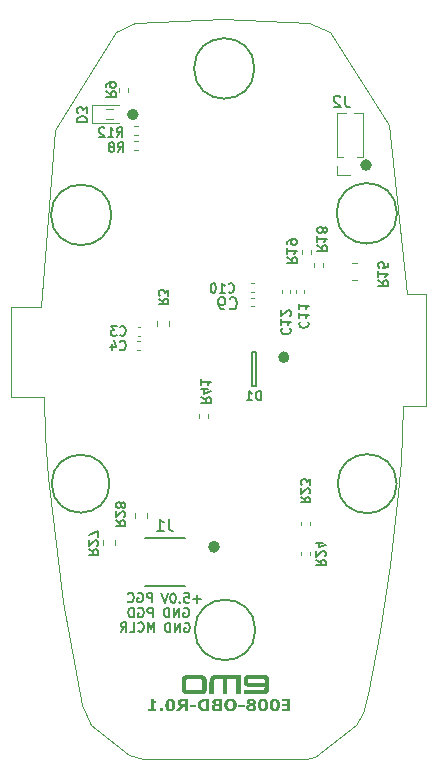
<source format=gbr>
%TF.GenerationSoftware,KiCad,Pcbnew,(7.0.0)*%
%TF.CreationDate,2023-06-26T15:04:23+05:30*%
%TF.ProjectId,EMO SN65 OBD,454d4f20-534e-4363-9520-4f42442e6b69,1*%
%TF.SameCoordinates,Original*%
%TF.FileFunction,Legend,Bot*%
%TF.FilePolarity,Positive*%
%FSLAX46Y46*%
G04 Gerber Fmt 4.6, Leading zero omitted, Abs format (unit mm)*
G04 Created by KiCad (PCBNEW (7.0.0)) date 2023-06-26 15:04:23*
%MOMM*%
%LPD*%
G01*
G04 APERTURE LIST*
%ADD10C,0.150000*%
%ADD11C,0.200000*%
%ADD12C,0.120000*%
%ADD13C,0.475000*%
%ADD14C,0.500000*%
%TA.AperFunction,Profile*%
%ADD15C,0.100000*%
%TD*%
G04 APERTURE END LIST*
D10*
X115861250Y-72770000D02*
G75*
G03*
X115861250Y-72770000I-2561250J0D01*
G01*
X103681250Y-37630000D02*
G75*
G03*
X103681250Y-37630000I-2561250J0D01*
G01*
X103520184Y-60390000D02*
G75*
G03*
X103520184Y-60390000I-2450184J0D01*
G01*
X115791250Y-25228750D02*
G75*
G03*
X115791250Y-25228750I-2561250J0D01*
G01*
X127861250Y-37498750D02*
G75*
G03*
X127861250Y-37498750I-2561250J0D01*
G01*
X127830070Y-60388750D02*
G75*
G03*
X127830070Y-60388750I-2500070J0D01*
G01*
X109870476Y-72194000D02*
X109946666Y-72155904D01*
X109946666Y-72155904D02*
X110060952Y-72155904D01*
X110060952Y-72155904D02*
X110175238Y-72194000D01*
X110175238Y-72194000D02*
X110251428Y-72270190D01*
X110251428Y-72270190D02*
X110289523Y-72346380D01*
X110289523Y-72346380D02*
X110327619Y-72498761D01*
X110327619Y-72498761D02*
X110327619Y-72613047D01*
X110327619Y-72613047D02*
X110289523Y-72765428D01*
X110289523Y-72765428D02*
X110251428Y-72841619D01*
X110251428Y-72841619D02*
X110175238Y-72917809D01*
X110175238Y-72917809D02*
X110060952Y-72955904D01*
X110060952Y-72955904D02*
X109984761Y-72955904D01*
X109984761Y-72955904D02*
X109870476Y-72917809D01*
X109870476Y-72917809D02*
X109832380Y-72879714D01*
X109832380Y-72879714D02*
X109832380Y-72613047D01*
X109832380Y-72613047D02*
X109984761Y-72613047D01*
X109489523Y-72955904D02*
X109489523Y-72155904D01*
X109489523Y-72155904D02*
X109032380Y-72955904D01*
X109032380Y-72955904D02*
X109032380Y-72155904D01*
X108651428Y-72955904D02*
X108651428Y-72155904D01*
X108651428Y-72155904D02*
X108460952Y-72155904D01*
X108460952Y-72155904D02*
X108346666Y-72194000D01*
X108346666Y-72194000D02*
X108270476Y-72270190D01*
X108270476Y-72270190D02*
X108232381Y-72346380D01*
X108232381Y-72346380D02*
X108194285Y-72498761D01*
X108194285Y-72498761D02*
X108194285Y-72613047D01*
X108194285Y-72613047D02*
X108232381Y-72765428D01*
X108232381Y-72765428D02*
X108270476Y-72841619D01*
X108270476Y-72841619D02*
X108346666Y-72917809D01*
X108346666Y-72917809D02*
X108460952Y-72955904D01*
X108460952Y-72955904D02*
X108651428Y-72955904D01*
X107139523Y-70435904D02*
X107139523Y-69635904D01*
X107139523Y-69635904D02*
X106834761Y-69635904D01*
X106834761Y-69635904D02*
X106758571Y-69674000D01*
X106758571Y-69674000D02*
X106720476Y-69712095D01*
X106720476Y-69712095D02*
X106682380Y-69788285D01*
X106682380Y-69788285D02*
X106682380Y-69902571D01*
X106682380Y-69902571D02*
X106720476Y-69978761D01*
X106720476Y-69978761D02*
X106758571Y-70016857D01*
X106758571Y-70016857D02*
X106834761Y-70054952D01*
X106834761Y-70054952D02*
X107139523Y-70054952D01*
X105920476Y-69674000D02*
X105996666Y-69635904D01*
X105996666Y-69635904D02*
X106110952Y-69635904D01*
X106110952Y-69635904D02*
X106225238Y-69674000D01*
X106225238Y-69674000D02*
X106301428Y-69750190D01*
X106301428Y-69750190D02*
X106339523Y-69826380D01*
X106339523Y-69826380D02*
X106377619Y-69978761D01*
X106377619Y-69978761D02*
X106377619Y-70093047D01*
X106377619Y-70093047D02*
X106339523Y-70245428D01*
X106339523Y-70245428D02*
X106301428Y-70321619D01*
X106301428Y-70321619D02*
X106225238Y-70397809D01*
X106225238Y-70397809D02*
X106110952Y-70435904D01*
X106110952Y-70435904D02*
X106034761Y-70435904D01*
X106034761Y-70435904D02*
X105920476Y-70397809D01*
X105920476Y-70397809D02*
X105882380Y-70359714D01*
X105882380Y-70359714D02*
X105882380Y-70093047D01*
X105882380Y-70093047D02*
X106034761Y-70093047D01*
X105082380Y-70359714D02*
X105120476Y-70397809D01*
X105120476Y-70397809D02*
X105234761Y-70435904D01*
X105234761Y-70435904D02*
X105310952Y-70435904D01*
X105310952Y-70435904D02*
X105425238Y-70397809D01*
X105425238Y-70397809D02*
X105501428Y-70321619D01*
X105501428Y-70321619D02*
X105539523Y-70245428D01*
X105539523Y-70245428D02*
X105577619Y-70093047D01*
X105577619Y-70093047D02*
X105577619Y-69978761D01*
X105577619Y-69978761D02*
X105539523Y-69826380D01*
X105539523Y-69826380D02*
X105501428Y-69750190D01*
X105501428Y-69750190D02*
X105425238Y-69674000D01*
X105425238Y-69674000D02*
X105310952Y-69635904D01*
X105310952Y-69635904D02*
X105234761Y-69635904D01*
X105234761Y-69635904D02*
X105120476Y-69674000D01*
X105120476Y-69674000D02*
X105082380Y-69712095D01*
X111229523Y-70151142D02*
X110620000Y-70151142D01*
X110924761Y-70455904D02*
X110924761Y-69846380D01*
X109858095Y-69655904D02*
X110239047Y-69655904D01*
X110239047Y-69655904D02*
X110277143Y-70036857D01*
X110277143Y-70036857D02*
X110239047Y-69998761D01*
X110239047Y-69998761D02*
X110162857Y-69960666D01*
X110162857Y-69960666D02*
X109972381Y-69960666D01*
X109972381Y-69960666D02*
X109896190Y-69998761D01*
X109896190Y-69998761D02*
X109858095Y-70036857D01*
X109858095Y-70036857D02*
X109820000Y-70113047D01*
X109820000Y-70113047D02*
X109820000Y-70303523D01*
X109820000Y-70303523D02*
X109858095Y-70379714D01*
X109858095Y-70379714D02*
X109896190Y-70417809D01*
X109896190Y-70417809D02*
X109972381Y-70455904D01*
X109972381Y-70455904D02*
X110162857Y-70455904D01*
X110162857Y-70455904D02*
X110239047Y-70417809D01*
X110239047Y-70417809D02*
X110277143Y-70379714D01*
X109477142Y-70379714D02*
X109439047Y-70417809D01*
X109439047Y-70417809D02*
X109477142Y-70455904D01*
X109477142Y-70455904D02*
X109515238Y-70417809D01*
X109515238Y-70417809D02*
X109477142Y-70379714D01*
X109477142Y-70379714D02*
X109477142Y-70455904D01*
X108943809Y-69655904D02*
X108867619Y-69655904D01*
X108867619Y-69655904D02*
X108791428Y-69694000D01*
X108791428Y-69694000D02*
X108753333Y-69732095D01*
X108753333Y-69732095D02*
X108715238Y-69808285D01*
X108715238Y-69808285D02*
X108677143Y-69960666D01*
X108677143Y-69960666D02*
X108677143Y-70151142D01*
X108677143Y-70151142D02*
X108715238Y-70303523D01*
X108715238Y-70303523D02*
X108753333Y-70379714D01*
X108753333Y-70379714D02*
X108791428Y-70417809D01*
X108791428Y-70417809D02*
X108867619Y-70455904D01*
X108867619Y-70455904D02*
X108943809Y-70455904D01*
X108943809Y-70455904D02*
X109020000Y-70417809D01*
X109020000Y-70417809D02*
X109058095Y-70379714D01*
X109058095Y-70379714D02*
X109096190Y-70303523D01*
X109096190Y-70303523D02*
X109134286Y-70151142D01*
X109134286Y-70151142D02*
X109134286Y-69960666D01*
X109134286Y-69960666D02*
X109096190Y-69808285D01*
X109096190Y-69808285D02*
X109058095Y-69732095D01*
X109058095Y-69732095D02*
X109020000Y-69694000D01*
X109020000Y-69694000D02*
X108943809Y-69655904D01*
X108448571Y-69655904D02*
X108181904Y-70455904D01*
X108181904Y-70455904D02*
X107915238Y-69655904D01*
X109800476Y-70944000D02*
X109876666Y-70905904D01*
X109876666Y-70905904D02*
X109990952Y-70905904D01*
X109990952Y-70905904D02*
X110105238Y-70944000D01*
X110105238Y-70944000D02*
X110181428Y-71020190D01*
X110181428Y-71020190D02*
X110219523Y-71096380D01*
X110219523Y-71096380D02*
X110257619Y-71248761D01*
X110257619Y-71248761D02*
X110257619Y-71363047D01*
X110257619Y-71363047D02*
X110219523Y-71515428D01*
X110219523Y-71515428D02*
X110181428Y-71591619D01*
X110181428Y-71591619D02*
X110105238Y-71667809D01*
X110105238Y-71667809D02*
X109990952Y-71705904D01*
X109990952Y-71705904D02*
X109914761Y-71705904D01*
X109914761Y-71705904D02*
X109800476Y-71667809D01*
X109800476Y-71667809D02*
X109762380Y-71629714D01*
X109762380Y-71629714D02*
X109762380Y-71363047D01*
X109762380Y-71363047D02*
X109914761Y-71363047D01*
X109419523Y-71705904D02*
X109419523Y-70905904D01*
X109419523Y-70905904D02*
X108962380Y-71705904D01*
X108962380Y-71705904D02*
X108962380Y-70905904D01*
X108581428Y-71705904D02*
X108581428Y-70905904D01*
X108581428Y-70905904D02*
X108390952Y-70905904D01*
X108390952Y-70905904D02*
X108276666Y-70944000D01*
X108276666Y-70944000D02*
X108200476Y-71020190D01*
X108200476Y-71020190D02*
X108162381Y-71096380D01*
X108162381Y-71096380D02*
X108124285Y-71248761D01*
X108124285Y-71248761D02*
X108124285Y-71363047D01*
X108124285Y-71363047D02*
X108162381Y-71515428D01*
X108162381Y-71515428D02*
X108200476Y-71591619D01*
X108200476Y-71591619D02*
X108276666Y-71667809D01*
X108276666Y-71667809D02*
X108390952Y-71705904D01*
X108390952Y-71705904D02*
X108581428Y-71705904D01*
X107159523Y-71695904D02*
X107159523Y-70895904D01*
X107159523Y-70895904D02*
X106854761Y-70895904D01*
X106854761Y-70895904D02*
X106778571Y-70934000D01*
X106778571Y-70934000D02*
X106740476Y-70972095D01*
X106740476Y-70972095D02*
X106702380Y-71048285D01*
X106702380Y-71048285D02*
X106702380Y-71162571D01*
X106702380Y-71162571D02*
X106740476Y-71238761D01*
X106740476Y-71238761D02*
X106778571Y-71276857D01*
X106778571Y-71276857D02*
X106854761Y-71314952D01*
X106854761Y-71314952D02*
X107159523Y-71314952D01*
X105940476Y-70934000D02*
X106016666Y-70895904D01*
X106016666Y-70895904D02*
X106130952Y-70895904D01*
X106130952Y-70895904D02*
X106245238Y-70934000D01*
X106245238Y-70934000D02*
X106321428Y-71010190D01*
X106321428Y-71010190D02*
X106359523Y-71086380D01*
X106359523Y-71086380D02*
X106397619Y-71238761D01*
X106397619Y-71238761D02*
X106397619Y-71353047D01*
X106397619Y-71353047D02*
X106359523Y-71505428D01*
X106359523Y-71505428D02*
X106321428Y-71581619D01*
X106321428Y-71581619D02*
X106245238Y-71657809D01*
X106245238Y-71657809D02*
X106130952Y-71695904D01*
X106130952Y-71695904D02*
X106054761Y-71695904D01*
X106054761Y-71695904D02*
X105940476Y-71657809D01*
X105940476Y-71657809D02*
X105902380Y-71619714D01*
X105902380Y-71619714D02*
X105902380Y-71353047D01*
X105902380Y-71353047D02*
X106054761Y-71353047D01*
X105559523Y-71695904D02*
X105559523Y-70895904D01*
X105559523Y-70895904D02*
X105369047Y-70895904D01*
X105369047Y-70895904D02*
X105254761Y-70934000D01*
X105254761Y-70934000D02*
X105178571Y-71010190D01*
X105178571Y-71010190D02*
X105140476Y-71086380D01*
X105140476Y-71086380D02*
X105102380Y-71238761D01*
X105102380Y-71238761D02*
X105102380Y-71353047D01*
X105102380Y-71353047D02*
X105140476Y-71505428D01*
X105140476Y-71505428D02*
X105178571Y-71581619D01*
X105178571Y-71581619D02*
X105254761Y-71657809D01*
X105254761Y-71657809D02*
X105369047Y-71695904D01*
X105369047Y-71695904D02*
X105559523Y-71695904D01*
X107309523Y-72915904D02*
X107309523Y-72115904D01*
X107309523Y-72115904D02*
X107042857Y-72687333D01*
X107042857Y-72687333D02*
X106776190Y-72115904D01*
X106776190Y-72115904D02*
X106776190Y-72915904D01*
X105938094Y-72839714D02*
X105976190Y-72877809D01*
X105976190Y-72877809D02*
X106090475Y-72915904D01*
X106090475Y-72915904D02*
X106166666Y-72915904D01*
X106166666Y-72915904D02*
X106280952Y-72877809D01*
X106280952Y-72877809D02*
X106357142Y-72801619D01*
X106357142Y-72801619D02*
X106395237Y-72725428D01*
X106395237Y-72725428D02*
X106433333Y-72573047D01*
X106433333Y-72573047D02*
X106433333Y-72458761D01*
X106433333Y-72458761D02*
X106395237Y-72306380D01*
X106395237Y-72306380D02*
X106357142Y-72230190D01*
X106357142Y-72230190D02*
X106280952Y-72154000D01*
X106280952Y-72154000D02*
X106166666Y-72115904D01*
X106166666Y-72115904D02*
X106090475Y-72115904D01*
X106090475Y-72115904D02*
X105976190Y-72154000D01*
X105976190Y-72154000D02*
X105938094Y-72192095D01*
X105214285Y-72915904D02*
X105595237Y-72915904D01*
X105595237Y-72915904D02*
X105595237Y-72115904D01*
X104490475Y-72915904D02*
X104757142Y-72534952D01*
X104947618Y-72915904D02*
X104947618Y-72115904D01*
X104947618Y-72115904D02*
X104642856Y-72115904D01*
X104642856Y-72115904D02*
X104566666Y-72154000D01*
X104566666Y-72154000D02*
X104528571Y-72192095D01*
X104528571Y-72192095D02*
X104490475Y-72268285D01*
X104490475Y-72268285D02*
X104490475Y-72382571D01*
X104490475Y-72382571D02*
X104528571Y-72458761D01*
X104528571Y-72458761D02*
X104566666Y-72496857D01*
X104566666Y-72496857D02*
X104642856Y-72534952D01*
X104642856Y-72534952D02*
X104947618Y-72534952D01*
%TO.C,R24*%
X121028095Y-66848285D02*
X121409047Y-67114952D01*
X121028095Y-67305428D02*
X121828095Y-67305428D01*
X121828095Y-67305428D02*
X121828095Y-67000666D01*
X121828095Y-67000666D02*
X121790000Y-66924476D01*
X121790000Y-66924476D02*
X121751904Y-66886381D01*
X121751904Y-66886381D02*
X121675714Y-66848285D01*
X121675714Y-66848285D02*
X121561428Y-66848285D01*
X121561428Y-66848285D02*
X121485238Y-66886381D01*
X121485238Y-66886381D02*
X121447142Y-66924476D01*
X121447142Y-66924476D02*
X121409047Y-67000666D01*
X121409047Y-67000666D02*
X121409047Y-67305428D01*
X121751904Y-66543524D02*
X121790000Y-66505428D01*
X121790000Y-66505428D02*
X121828095Y-66429238D01*
X121828095Y-66429238D02*
X121828095Y-66238762D01*
X121828095Y-66238762D02*
X121790000Y-66162571D01*
X121790000Y-66162571D02*
X121751904Y-66124476D01*
X121751904Y-66124476D02*
X121675714Y-66086381D01*
X121675714Y-66086381D02*
X121599523Y-66086381D01*
X121599523Y-66086381D02*
X121485238Y-66124476D01*
X121485238Y-66124476D02*
X121028095Y-66581619D01*
X121028095Y-66581619D02*
X121028095Y-66086381D01*
X121561428Y-65400666D02*
X121028095Y-65400666D01*
X121866190Y-65591142D02*
X121294761Y-65781619D01*
X121294761Y-65781619D02*
X121294761Y-65286380D01*
%TO.C,C10*%
X113594285Y-44137714D02*
X113632381Y-44175809D01*
X113632381Y-44175809D02*
X113746666Y-44213904D01*
X113746666Y-44213904D02*
X113822857Y-44213904D01*
X113822857Y-44213904D02*
X113937143Y-44175809D01*
X113937143Y-44175809D02*
X114013333Y-44099619D01*
X114013333Y-44099619D02*
X114051428Y-44023428D01*
X114051428Y-44023428D02*
X114089524Y-43871047D01*
X114089524Y-43871047D02*
X114089524Y-43756761D01*
X114089524Y-43756761D02*
X114051428Y-43604380D01*
X114051428Y-43604380D02*
X114013333Y-43528190D01*
X114013333Y-43528190D02*
X113937143Y-43452000D01*
X113937143Y-43452000D02*
X113822857Y-43413904D01*
X113822857Y-43413904D02*
X113746666Y-43413904D01*
X113746666Y-43413904D02*
X113632381Y-43452000D01*
X113632381Y-43452000D02*
X113594285Y-43490095D01*
X112832381Y-44213904D02*
X113289524Y-44213904D01*
X113060952Y-44213904D02*
X113060952Y-43413904D01*
X113060952Y-43413904D02*
X113137143Y-43528190D01*
X113137143Y-43528190D02*
X113213333Y-43604380D01*
X113213333Y-43604380D02*
X113289524Y-43642476D01*
X112337142Y-43413904D02*
X112260952Y-43413904D01*
X112260952Y-43413904D02*
X112184761Y-43452000D01*
X112184761Y-43452000D02*
X112146666Y-43490095D01*
X112146666Y-43490095D02*
X112108571Y-43566285D01*
X112108571Y-43566285D02*
X112070476Y-43718666D01*
X112070476Y-43718666D02*
X112070476Y-43909142D01*
X112070476Y-43909142D02*
X112108571Y-44061523D01*
X112108571Y-44061523D02*
X112146666Y-44137714D01*
X112146666Y-44137714D02*
X112184761Y-44175809D01*
X112184761Y-44175809D02*
X112260952Y-44213904D01*
X112260952Y-44213904D02*
X112337142Y-44213904D01*
X112337142Y-44213904D02*
X112413333Y-44175809D01*
X112413333Y-44175809D02*
X112451428Y-44137714D01*
X112451428Y-44137714D02*
X112489523Y-44061523D01*
X112489523Y-44061523D02*
X112527619Y-43909142D01*
X112527619Y-43909142D02*
X112527619Y-43718666D01*
X112527619Y-43718666D02*
X112489523Y-43566285D01*
X112489523Y-43566285D02*
X112451428Y-43490095D01*
X112451428Y-43490095D02*
X112413333Y-43452000D01*
X112413333Y-43452000D02*
X112337142Y-43413904D01*
%TO.C,R23*%
X119718095Y-61518285D02*
X120099047Y-61784952D01*
X119718095Y-61975428D02*
X120518095Y-61975428D01*
X120518095Y-61975428D02*
X120518095Y-61670666D01*
X120518095Y-61670666D02*
X120480000Y-61594476D01*
X120480000Y-61594476D02*
X120441904Y-61556381D01*
X120441904Y-61556381D02*
X120365714Y-61518285D01*
X120365714Y-61518285D02*
X120251428Y-61518285D01*
X120251428Y-61518285D02*
X120175238Y-61556381D01*
X120175238Y-61556381D02*
X120137142Y-61594476D01*
X120137142Y-61594476D02*
X120099047Y-61670666D01*
X120099047Y-61670666D02*
X120099047Y-61975428D01*
X120441904Y-61213524D02*
X120480000Y-61175428D01*
X120480000Y-61175428D02*
X120518095Y-61099238D01*
X120518095Y-61099238D02*
X120518095Y-60908762D01*
X120518095Y-60908762D02*
X120480000Y-60832571D01*
X120480000Y-60832571D02*
X120441904Y-60794476D01*
X120441904Y-60794476D02*
X120365714Y-60756381D01*
X120365714Y-60756381D02*
X120289523Y-60756381D01*
X120289523Y-60756381D02*
X120175238Y-60794476D01*
X120175238Y-60794476D02*
X119718095Y-61251619D01*
X119718095Y-61251619D02*
X119718095Y-60756381D01*
X120518095Y-60489714D02*
X120518095Y-59994476D01*
X120518095Y-59994476D02*
X120213333Y-60261142D01*
X120213333Y-60261142D02*
X120213333Y-60146857D01*
X120213333Y-60146857D02*
X120175238Y-60070666D01*
X120175238Y-60070666D02*
X120137142Y-60032571D01*
X120137142Y-60032571D02*
X120060952Y-59994476D01*
X120060952Y-59994476D02*
X119870476Y-59994476D01*
X119870476Y-59994476D02*
X119794285Y-60032571D01*
X119794285Y-60032571D02*
X119756190Y-60070666D01*
X119756190Y-60070666D02*
X119718095Y-60146857D01*
X119718095Y-60146857D02*
X119718095Y-60375428D01*
X119718095Y-60375428D02*
X119756190Y-60451619D01*
X119756190Y-60451619D02*
X119794285Y-60489714D01*
%TO.C,R8*%
X104213332Y-32297904D02*
X104479999Y-31916952D01*
X104670475Y-32297904D02*
X104670475Y-31497904D01*
X104670475Y-31497904D02*
X104365713Y-31497904D01*
X104365713Y-31497904D02*
X104289523Y-31536000D01*
X104289523Y-31536000D02*
X104251428Y-31574095D01*
X104251428Y-31574095D02*
X104213332Y-31650285D01*
X104213332Y-31650285D02*
X104213332Y-31764571D01*
X104213332Y-31764571D02*
X104251428Y-31840761D01*
X104251428Y-31840761D02*
X104289523Y-31878857D01*
X104289523Y-31878857D02*
X104365713Y-31916952D01*
X104365713Y-31916952D02*
X104670475Y-31916952D01*
X103756190Y-31840761D02*
X103832380Y-31802666D01*
X103832380Y-31802666D02*
X103870475Y-31764571D01*
X103870475Y-31764571D02*
X103908571Y-31688380D01*
X103908571Y-31688380D02*
X103908571Y-31650285D01*
X103908571Y-31650285D02*
X103870475Y-31574095D01*
X103870475Y-31574095D02*
X103832380Y-31536000D01*
X103832380Y-31536000D02*
X103756190Y-31497904D01*
X103756190Y-31497904D02*
X103603809Y-31497904D01*
X103603809Y-31497904D02*
X103527618Y-31536000D01*
X103527618Y-31536000D02*
X103489523Y-31574095D01*
X103489523Y-31574095D02*
X103451428Y-31650285D01*
X103451428Y-31650285D02*
X103451428Y-31688380D01*
X103451428Y-31688380D02*
X103489523Y-31764571D01*
X103489523Y-31764571D02*
X103527618Y-31802666D01*
X103527618Y-31802666D02*
X103603809Y-31840761D01*
X103603809Y-31840761D02*
X103756190Y-31840761D01*
X103756190Y-31840761D02*
X103832380Y-31878857D01*
X103832380Y-31878857D02*
X103870475Y-31916952D01*
X103870475Y-31916952D02*
X103908571Y-31993142D01*
X103908571Y-31993142D02*
X103908571Y-32145523D01*
X103908571Y-32145523D02*
X103870475Y-32221714D01*
X103870475Y-32221714D02*
X103832380Y-32259809D01*
X103832380Y-32259809D02*
X103756190Y-32297904D01*
X103756190Y-32297904D02*
X103603809Y-32297904D01*
X103603809Y-32297904D02*
X103527618Y-32259809D01*
X103527618Y-32259809D02*
X103489523Y-32221714D01*
X103489523Y-32221714D02*
X103451428Y-32145523D01*
X103451428Y-32145523D02*
X103451428Y-31993142D01*
X103451428Y-31993142D02*
X103489523Y-31916952D01*
X103489523Y-31916952D02*
X103527618Y-31878857D01*
X103527618Y-31878857D02*
X103603809Y-31840761D01*
%TO.C,R41*%
X111286095Y-53064285D02*
X111667047Y-53330952D01*
X111286095Y-53521428D02*
X112086095Y-53521428D01*
X112086095Y-53521428D02*
X112086095Y-53216666D01*
X112086095Y-53216666D02*
X112048000Y-53140476D01*
X112048000Y-53140476D02*
X112009904Y-53102381D01*
X112009904Y-53102381D02*
X111933714Y-53064285D01*
X111933714Y-53064285D02*
X111819428Y-53064285D01*
X111819428Y-53064285D02*
X111743238Y-53102381D01*
X111743238Y-53102381D02*
X111705142Y-53140476D01*
X111705142Y-53140476D02*
X111667047Y-53216666D01*
X111667047Y-53216666D02*
X111667047Y-53521428D01*
X111819428Y-52378571D02*
X111286095Y-52378571D01*
X112124190Y-52569047D02*
X111552761Y-52759524D01*
X111552761Y-52759524D02*
X111552761Y-52264285D01*
X111286095Y-51540476D02*
X111286095Y-51997619D01*
X111286095Y-51769047D02*
X112086095Y-51769047D01*
X112086095Y-51769047D02*
X111971809Y-51845238D01*
X111971809Y-51845238D02*
X111895619Y-51921428D01*
X111895619Y-51921428D02*
X111857523Y-51997619D01*
%TO.C,C3*%
X104403332Y-47767714D02*
X104441428Y-47805809D01*
X104441428Y-47805809D02*
X104555713Y-47843904D01*
X104555713Y-47843904D02*
X104631904Y-47843904D01*
X104631904Y-47843904D02*
X104746190Y-47805809D01*
X104746190Y-47805809D02*
X104822380Y-47729619D01*
X104822380Y-47729619D02*
X104860475Y-47653428D01*
X104860475Y-47653428D02*
X104898571Y-47501047D01*
X104898571Y-47501047D02*
X104898571Y-47386761D01*
X104898571Y-47386761D02*
X104860475Y-47234380D01*
X104860475Y-47234380D02*
X104822380Y-47158190D01*
X104822380Y-47158190D02*
X104746190Y-47082000D01*
X104746190Y-47082000D02*
X104631904Y-47043904D01*
X104631904Y-47043904D02*
X104555713Y-47043904D01*
X104555713Y-47043904D02*
X104441428Y-47082000D01*
X104441428Y-47082000D02*
X104403332Y-47120095D01*
X104136666Y-47043904D02*
X103641428Y-47043904D01*
X103641428Y-47043904D02*
X103908094Y-47348666D01*
X103908094Y-47348666D02*
X103793809Y-47348666D01*
X103793809Y-47348666D02*
X103717618Y-47386761D01*
X103717618Y-47386761D02*
X103679523Y-47424857D01*
X103679523Y-47424857D02*
X103641428Y-47501047D01*
X103641428Y-47501047D02*
X103641428Y-47691523D01*
X103641428Y-47691523D02*
X103679523Y-47767714D01*
X103679523Y-47767714D02*
X103717618Y-47805809D01*
X103717618Y-47805809D02*
X103793809Y-47843904D01*
X103793809Y-47843904D02*
X104022380Y-47843904D01*
X104022380Y-47843904D02*
X104098571Y-47805809D01*
X104098571Y-47805809D02*
X104136666Y-47767714D01*
%TO.C,R12*%
X104146285Y-31027904D02*
X104412952Y-30646952D01*
X104603428Y-31027904D02*
X104603428Y-30227904D01*
X104603428Y-30227904D02*
X104298666Y-30227904D01*
X104298666Y-30227904D02*
X104222476Y-30266000D01*
X104222476Y-30266000D02*
X104184381Y-30304095D01*
X104184381Y-30304095D02*
X104146285Y-30380285D01*
X104146285Y-30380285D02*
X104146285Y-30494571D01*
X104146285Y-30494571D02*
X104184381Y-30570761D01*
X104184381Y-30570761D02*
X104222476Y-30608857D01*
X104222476Y-30608857D02*
X104298666Y-30646952D01*
X104298666Y-30646952D02*
X104603428Y-30646952D01*
X103384381Y-31027904D02*
X103841524Y-31027904D01*
X103612952Y-31027904D02*
X103612952Y-30227904D01*
X103612952Y-30227904D02*
X103689143Y-30342190D01*
X103689143Y-30342190D02*
X103765333Y-30418380D01*
X103765333Y-30418380D02*
X103841524Y-30456476D01*
X103079619Y-30304095D02*
X103041523Y-30266000D01*
X103041523Y-30266000D02*
X102965333Y-30227904D01*
X102965333Y-30227904D02*
X102774857Y-30227904D01*
X102774857Y-30227904D02*
X102698666Y-30266000D01*
X102698666Y-30266000D02*
X102660571Y-30304095D01*
X102660571Y-30304095D02*
X102622476Y-30380285D01*
X102622476Y-30380285D02*
X102622476Y-30456476D01*
X102622476Y-30456476D02*
X102660571Y-30570761D01*
X102660571Y-30570761D02*
X103117714Y-31027904D01*
X103117714Y-31027904D02*
X102622476Y-31027904D01*
%TO.C,J2*%
X123493333Y-27527380D02*
X123493333Y-28241666D01*
X123493333Y-28241666D02*
X123540952Y-28384523D01*
X123540952Y-28384523D02*
X123636190Y-28479761D01*
X123636190Y-28479761D02*
X123779047Y-28527380D01*
X123779047Y-28527380D02*
X123874285Y-28527380D01*
X123064761Y-27622619D02*
X123017142Y-27575000D01*
X123017142Y-27575000D02*
X122921904Y-27527380D01*
X122921904Y-27527380D02*
X122683809Y-27527380D01*
X122683809Y-27527380D02*
X122588571Y-27575000D01*
X122588571Y-27575000D02*
X122540952Y-27622619D01*
X122540952Y-27622619D02*
X122493333Y-27717857D01*
X122493333Y-27717857D02*
X122493333Y-27813095D01*
X122493333Y-27813095D02*
X122540952Y-27955952D01*
X122540952Y-27955952D02*
X123112380Y-28527380D01*
X123112380Y-28527380D02*
X122493333Y-28527380D01*
%TO.C,R19*%
X118578095Y-41234285D02*
X118959047Y-41500952D01*
X118578095Y-41691428D02*
X119378095Y-41691428D01*
X119378095Y-41691428D02*
X119378095Y-41386666D01*
X119378095Y-41386666D02*
X119340000Y-41310476D01*
X119340000Y-41310476D02*
X119301904Y-41272381D01*
X119301904Y-41272381D02*
X119225714Y-41234285D01*
X119225714Y-41234285D02*
X119111428Y-41234285D01*
X119111428Y-41234285D02*
X119035238Y-41272381D01*
X119035238Y-41272381D02*
X118997142Y-41310476D01*
X118997142Y-41310476D02*
X118959047Y-41386666D01*
X118959047Y-41386666D02*
X118959047Y-41691428D01*
X118578095Y-40472381D02*
X118578095Y-40929524D01*
X118578095Y-40700952D02*
X119378095Y-40700952D01*
X119378095Y-40700952D02*
X119263809Y-40777143D01*
X119263809Y-40777143D02*
X119187619Y-40853333D01*
X119187619Y-40853333D02*
X119149523Y-40929524D01*
X118578095Y-40091428D02*
X118578095Y-39939047D01*
X118578095Y-39939047D02*
X118616190Y-39862857D01*
X118616190Y-39862857D02*
X118654285Y-39824761D01*
X118654285Y-39824761D02*
X118768571Y-39748571D01*
X118768571Y-39748571D02*
X118920952Y-39710476D01*
X118920952Y-39710476D02*
X119225714Y-39710476D01*
X119225714Y-39710476D02*
X119301904Y-39748571D01*
X119301904Y-39748571D02*
X119340000Y-39786666D01*
X119340000Y-39786666D02*
X119378095Y-39862857D01*
X119378095Y-39862857D02*
X119378095Y-40015238D01*
X119378095Y-40015238D02*
X119340000Y-40091428D01*
X119340000Y-40091428D02*
X119301904Y-40129523D01*
X119301904Y-40129523D02*
X119225714Y-40167619D01*
X119225714Y-40167619D02*
X119035238Y-40167619D01*
X119035238Y-40167619D02*
X118959047Y-40129523D01*
X118959047Y-40129523D02*
X118920952Y-40091428D01*
X118920952Y-40091428D02*
X118882857Y-40015238D01*
X118882857Y-40015238D02*
X118882857Y-39862857D01*
X118882857Y-39862857D02*
X118920952Y-39786666D01*
X118920952Y-39786666D02*
X118959047Y-39748571D01*
X118959047Y-39748571D02*
X119035238Y-39710476D01*
D11*
%TO.C,G\u002A\u002A\u002A*%
G36*
X118099762Y-79640000D02*
G01*
X118839574Y-79640000D01*
X118839574Y-78623949D01*
X118099762Y-78623949D01*
X118099762Y-78827159D01*
X118577013Y-78827159D01*
X118577013Y-78999106D01*
X118133956Y-78999106D01*
X118133956Y-79202316D01*
X118577013Y-79202316D01*
X118577013Y-79436789D01*
X118099762Y-79436789D01*
X118099762Y-79640000D01*
G37*
G36*
X117527316Y-78608447D02*
G01*
X117541049Y-78608837D01*
X117554534Y-78609485D01*
X117567771Y-78610394D01*
X117580760Y-78611562D01*
X117593500Y-78612989D01*
X117605993Y-78614676D01*
X117618237Y-78616622D01*
X117630234Y-78618828D01*
X117641982Y-78621293D01*
X117653483Y-78624018D01*
X117664735Y-78627002D01*
X117675739Y-78630246D01*
X117686496Y-78633750D01*
X117697004Y-78637512D01*
X117707264Y-78641535D01*
X117717253Y-78645786D01*
X117727009Y-78650297D01*
X117736533Y-78655067D01*
X117745824Y-78660097D01*
X117754882Y-78665387D01*
X117763707Y-78670935D01*
X117772299Y-78676744D01*
X117780659Y-78682812D01*
X117788786Y-78689139D01*
X117796680Y-78695726D01*
X117804341Y-78702573D01*
X117811769Y-78709678D01*
X117818965Y-78717044D01*
X117825928Y-78724669D01*
X117832658Y-78732553D01*
X117839155Y-78740697D01*
X117845399Y-78749179D01*
X117851428Y-78757894D01*
X117857244Y-78766841D01*
X117862847Y-78776021D01*
X117868235Y-78785434D01*
X117873410Y-78795080D01*
X117878371Y-78804958D01*
X117883119Y-78815069D01*
X117887653Y-78825413D01*
X117891973Y-78835990D01*
X117896079Y-78846800D01*
X117899972Y-78857842D01*
X117903650Y-78869118D01*
X117907116Y-78880626D01*
X117910367Y-78892366D01*
X117913405Y-78904340D01*
X117916215Y-78916535D01*
X117918843Y-78929001D01*
X117921290Y-78941738D01*
X117923556Y-78954746D01*
X117925641Y-78968024D01*
X117927544Y-78981574D01*
X117929266Y-78995395D01*
X117930807Y-79009487D01*
X117932167Y-79023849D01*
X117933345Y-79038483D01*
X117934342Y-79053387D01*
X117935158Y-79068563D01*
X117935792Y-79084009D01*
X117936245Y-79099727D01*
X117936517Y-79115715D01*
X117936608Y-79131974D01*
X117936519Y-79147739D01*
X117936253Y-79163279D01*
X117935809Y-79178597D01*
X117935188Y-79193691D01*
X117934390Y-79208563D01*
X117933414Y-79223211D01*
X117932260Y-79237635D01*
X117930929Y-79251837D01*
X117929421Y-79265815D01*
X117927735Y-79279570D01*
X117925872Y-79293101D01*
X117923831Y-79306410D01*
X117921613Y-79319495D01*
X117919217Y-79332357D01*
X117916644Y-79344995D01*
X117913893Y-79357411D01*
X117910944Y-79369559D01*
X117907776Y-79381457D01*
X117904388Y-79393105D01*
X117900781Y-79404504D01*
X117896954Y-79415652D01*
X117892908Y-79426550D01*
X117888642Y-79437199D01*
X117884157Y-79447597D01*
X117879452Y-79457746D01*
X117874528Y-79467644D01*
X117869385Y-79477293D01*
X117864022Y-79486691D01*
X117858440Y-79495840D01*
X117852638Y-79504739D01*
X117846617Y-79513387D01*
X117840376Y-79521786D01*
X117833996Y-79529934D01*
X117827374Y-79537830D01*
X117820510Y-79545474D01*
X117813403Y-79552866D01*
X117806054Y-79560006D01*
X117798462Y-79566895D01*
X117790628Y-79573531D01*
X117782552Y-79579916D01*
X117774233Y-79586049D01*
X117765672Y-79591929D01*
X117756869Y-79597558D01*
X117747824Y-79602936D01*
X117738536Y-79608061D01*
X117729005Y-79612934D01*
X117719233Y-79617556D01*
X117709218Y-79621926D01*
X117698950Y-79626007D01*
X117688419Y-79629825D01*
X117677625Y-79633380D01*
X117666567Y-79636672D01*
X117655246Y-79639700D01*
X117643662Y-79642465D01*
X117631814Y-79644966D01*
X117619703Y-79647205D01*
X117607329Y-79649180D01*
X117594691Y-79650891D01*
X117581790Y-79652339D01*
X117568626Y-79653524D01*
X117555198Y-79654446D01*
X117541507Y-79655104D01*
X117527553Y-79655499D01*
X117513335Y-79655631D01*
X117498887Y-79655500D01*
X117484728Y-79655108D01*
X117470860Y-79654455D01*
X117457281Y-79653540D01*
X117443993Y-79652363D01*
X117430995Y-79650926D01*
X117418287Y-79649226D01*
X117405868Y-79647266D01*
X117393740Y-79645044D01*
X117381902Y-79642560D01*
X117370354Y-79639815D01*
X117359096Y-79636809D01*
X117348128Y-79633541D01*
X117337450Y-79630012D01*
X117327062Y-79626222D01*
X117316964Y-79622170D01*
X117307124Y-79617862D01*
X117297508Y-79613305D01*
X117288118Y-79608497D01*
X117278954Y-79603439D01*
X117270014Y-79598132D01*
X117261299Y-79592574D01*
X117252810Y-79586767D01*
X117244546Y-79580710D01*
X117236507Y-79574402D01*
X117228693Y-79567845D01*
X117221104Y-79561038D01*
X117213741Y-79553980D01*
X117206602Y-79546673D01*
X117199689Y-79539116D01*
X117193001Y-79531309D01*
X117186538Y-79523251D01*
X117180444Y-79515081D01*
X117174555Y-79506628D01*
X117168873Y-79497892D01*
X117163396Y-79488874D01*
X117158126Y-79479574D01*
X117153062Y-79469991D01*
X117148204Y-79460126D01*
X117143551Y-79449979D01*
X117139106Y-79439549D01*
X117134866Y-79428836D01*
X117130832Y-79417842D01*
X117127004Y-79406564D01*
X117123382Y-79395005D01*
X117119967Y-79383163D01*
X117116757Y-79371039D01*
X117113754Y-79358632D01*
X117110915Y-79345980D01*
X117108258Y-79333120D01*
X117105785Y-79320052D01*
X117103496Y-79306776D01*
X117101389Y-79293292D01*
X117099466Y-79279600D01*
X117097725Y-79265700D01*
X117096168Y-79251592D01*
X117094795Y-79237276D01*
X117093604Y-79222753D01*
X117092596Y-79208021D01*
X117091772Y-79193081D01*
X117091131Y-79177933D01*
X117090673Y-79162577D01*
X117090398Y-79147013D01*
X117090307Y-79131242D01*
X117356043Y-79131242D01*
X117356079Y-79142363D01*
X117356188Y-79153287D01*
X117356369Y-79164015D01*
X117356623Y-79174545D01*
X117356949Y-79184878D01*
X117357348Y-79195015D01*
X117358363Y-79214696D01*
X117359668Y-79233590D01*
X117361263Y-79251695D01*
X117363149Y-79269013D01*
X117365324Y-79285542D01*
X117367789Y-79301283D01*
X117370545Y-79316237D01*
X117373590Y-79330402D01*
X117376926Y-79343779D01*
X117380551Y-79356368D01*
X117384467Y-79368169D01*
X117388672Y-79379182D01*
X117393168Y-79389406D01*
X117395533Y-79394245D01*
X117400534Y-79403461D01*
X117405896Y-79412063D01*
X117411619Y-79420051D01*
X117420879Y-79430880D01*
X117430950Y-79440327D01*
X117441833Y-79448391D01*
X117453527Y-79455073D01*
X117466033Y-79460372D01*
X117479350Y-79464289D01*
X117493479Y-79466824D01*
X117503349Y-79467745D01*
X117513579Y-79468053D01*
X117523780Y-79467745D01*
X117538409Y-79466132D01*
X117552231Y-79463137D01*
X117565245Y-79458759D01*
X117577453Y-79452999D01*
X117588853Y-79445856D01*
X117599446Y-79437331D01*
X117609232Y-79427424D01*
X117618211Y-79416134D01*
X117623748Y-79407839D01*
X117628927Y-79398930D01*
X117633747Y-79389406D01*
X117636031Y-79384394D01*
X117640382Y-79373786D01*
X117644442Y-79362402D01*
X117648213Y-79350242D01*
X117651693Y-79337305D01*
X117654883Y-79323591D01*
X117657784Y-79309100D01*
X117660394Y-79293833D01*
X117662714Y-79277790D01*
X117664745Y-79260969D01*
X117666485Y-79243372D01*
X117667935Y-79224999D01*
X117669095Y-79205849D01*
X117669567Y-79195982D01*
X117669965Y-79185922D01*
X117670292Y-79175667D01*
X117670546Y-79165218D01*
X117670727Y-79154575D01*
X117670836Y-79143738D01*
X117670872Y-79132707D01*
X117670836Y-79121377D01*
X117670730Y-79110254D01*
X117670552Y-79099338D01*
X117670303Y-79088629D01*
X117669983Y-79078127D01*
X117669592Y-79067832D01*
X117669130Y-79057744D01*
X117668597Y-79047863D01*
X117667318Y-79028723D01*
X117665754Y-79010410D01*
X117663906Y-78992926D01*
X117661774Y-78976270D01*
X117659357Y-78960441D01*
X117656656Y-78945442D01*
X117653671Y-78931270D01*
X117650401Y-78917926D01*
X117646847Y-78905411D01*
X117643009Y-78893723D01*
X117638886Y-78882864D01*
X117634480Y-78872833D01*
X117629743Y-78863516D01*
X117624630Y-78854801D01*
X117616256Y-78842855D01*
X117607036Y-78832261D01*
X117596970Y-78823019D01*
X117586058Y-78815130D01*
X117574301Y-78808594D01*
X117561698Y-78803410D01*
X117548249Y-78799578D01*
X117533955Y-78797098D01*
X117523955Y-78796197D01*
X117513579Y-78795896D01*
X117508330Y-78795971D01*
X117498113Y-78796572D01*
X117488275Y-78797775D01*
X117474226Y-78800705D01*
X117461027Y-78804987D01*
X117448678Y-78810622D01*
X117437179Y-78817610D01*
X117426530Y-78825950D01*
X117416731Y-78835642D01*
X117407782Y-78846686D01*
X117402289Y-78854801D01*
X117397173Y-78863516D01*
X117392435Y-78872833D01*
X117388028Y-78882858D01*
X117383906Y-78893700D01*
X117380067Y-78905359D01*
X117376513Y-78917834D01*
X117373244Y-78931127D01*
X117370258Y-78945235D01*
X117367557Y-78960161D01*
X117365141Y-78975903D01*
X117363008Y-78992462D01*
X117361160Y-79009838D01*
X117359597Y-79028030D01*
X117358317Y-79047039D01*
X117357784Y-79056850D01*
X117357322Y-79066865D01*
X117356931Y-79077084D01*
X117356611Y-79087507D01*
X117356363Y-79098134D01*
X117356185Y-79108966D01*
X117356078Y-79120002D01*
X117356043Y-79131242D01*
X117090307Y-79131242D01*
X117090395Y-79115483D01*
X117090661Y-79099959D01*
X117091105Y-79084670D01*
X117091726Y-79069616D01*
X117092525Y-79054797D01*
X117093501Y-79040212D01*
X117094654Y-79025861D01*
X117095985Y-79011746D01*
X117097494Y-78997865D01*
X117099179Y-78984219D01*
X117101043Y-78970807D01*
X117103084Y-78957631D01*
X117105302Y-78944689D01*
X117107697Y-78931981D01*
X117110271Y-78919509D01*
X117113021Y-78907271D01*
X117115967Y-78895271D01*
X117119127Y-78883511D01*
X117122501Y-78871991D01*
X117126088Y-78860712D01*
X117129889Y-78849674D01*
X117133904Y-78838875D01*
X117138132Y-78828318D01*
X117142575Y-78818000D01*
X117147230Y-78807923D01*
X117152100Y-78798087D01*
X117157183Y-78788491D01*
X117162480Y-78779135D01*
X117167991Y-78770020D01*
X117173715Y-78761145D01*
X117179654Y-78752511D01*
X117185806Y-78744117D01*
X117192269Y-78735791D01*
X117198960Y-78727730D01*
X117205878Y-78719931D01*
X117213023Y-78712396D01*
X117220395Y-78705124D01*
X117227995Y-78698115D01*
X117235821Y-78691370D01*
X117243874Y-78684888D01*
X117252155Y-78678669D01*
X117260662Y-78672714D01*
X117269397Y-78667022D01*
X117278358Y-78661593D01*
X117287547Y-78656428D01*
X117296963Y-78651526D01*
X117306606Y-78646887D01*
X117316475Y-78642512D01*
X117326575Y-78638371D01*
X117336969Y-78634497D01*
X117347656Y-78630891D01*
X117358638Y-78627552D01*
X117369913Y-78624480D01*
X117381482Y-78621675D01*
X117393345Y-78619137D01*
X117405502Y-78616866D01*
X117417953Y-78614863D01*
X117430697Y-78613126D01*
X117443735Y-78611657D01*
X117457068Y-78610455D01*
X117470694Y-78609520D01*
X117484614Y-78608852D01*
X117498828Y-78608451D01*
X117513335Y-78608318D01*
X117527316Y-78608447D01*
G37*
G36*
X116532759Y-78608447D02*
G01*
X116546492Y-78608837D01*
X116559977Y-78609485D01*
X116573214Y-78610394D01*
X116586203Y-78611562D01*
X116598943Y-78612989D01*
X116611436Y-78614676D01*
X116623681Y-78616622D01*
X116635677Y-78618828D01*
X116647426Y-78621293D01*
X116658926Y-78624018D01*
X116670178Y-78627002D01*
X116681183Y-78630246D01*
X116691939Y-78633750D01*
X116702447Y-78637512D01*
X116712707Y-78641535D01*
X116722696Y-78645786D01*
X116732453Y-78650297D01*
X116741976Y-78655067D01*
X116751267Y-78660097D01*
X116760325Y-78665387D01*
X116769150Y-78670935D01*
X116777742Y-78676744D01*
X116786102Y-78682812D01*
X116794229Y-78689139D01*
X116802123Y-78695726D01*
X116809784Y-78702573D01*
X116817213Y-78709678D01*
X116824408Y-78717044D01*
X116831371Y-78724669D01*
X116838101Y-78732553D01*
X116844598Y-78740697D01*
X116850842Y-78749179D01*
X116856871Y-78757894D01*
X116862687Y-78766841D01*
X116868290Y-78776021D01*
X116873678Y-78785434D01*
X116878853Y-78795080D01*
X116883814Y-78804958D01*
X116888562Y-78815069D01*
X116893096Y-78825413D01*
X116897416Y-78835990D01*
X116901522Y-78846800D01*
X116905415Y-78857842D01*
X116909094Y-78869118D01*
X116912559Y-78880626D01*
X116915810Y-78892366D01*
X116918848Y-78904340D01*
X116921658Y-78916535D01*
X116924286Y-78929001D01*
X116926733Y-78941738D01*
X116928999Y-78954746D01*
X116931084Y-78968024D01*
X116932987Y-78981574D01*
X116934710Y-78995395D01*
X116936250Y-79009487D01*
X116937610Y-79023849D01*
X116938788Y-79038483D01*
X116939785Y-79053387D01*
X116940601Y-79068563D01*
X116941235Y-79084009D01*
X116941689Y-79099727D01*
X116941961Y-79115715D01*
X116942051Y-79131974D01*
X116941962Y-79147739D01*
X116941696Y-79163279D01*
X116941253Y-79178597D01*
X116940631Y-79193691D01*
X116939833Y-79208563D01*
X116938857Y-79223211D01*
X116937703Y-79237635D01*
X116936372Y-79251837D01*
X116934864Y-79265815D01*
X116933178Y-79279570D01*
X116931315Y-79293101D01*
X116929274Y-79306410D01*
X116927056Y-79319495D01*
X116924660Y-79332357D01*
X116922087Y-79344995D01*
X116919337Y-79357411D01*
X116916388Y-79369559D01*
X116913219Y-79381457D01*
X116909831Y-79393105D01*
X116906224Y-79404504D01*
X116902397Y-79415652D01*
X116898351Y-79426550D01*
X116894085Y-79437199D01*
X116889600Y-79447597D01*
X116884895Y-79457746D01*
X116879971Y-79467644D01*
X116874828Y-79477293D01*
X116869465Y-79486691D01*
X116863883Y-79495840D01*
X116858081Y-79504739D01*
X116852060Y-79513387D01*
X116845819Y-79521786D01*
X116839440Y-79529934D01*
X116832817Y-79537830D01*
X116825953Y-79545474D01*
X116818846Y-79552866D01*
X116811497Y-79560006D01*
X116803905Y-79566895D01*
X116796071Y-79573531D01*
X116787995Y-79579916D01*
X116779676Y-79586049D01*
X116771115Y-79591929D01*
X116762312Y-79597558D01*
X116753267Y-79602936D01*
X116743979Y-79608061D01*
X116734449Y-79612934D01*
X116724676Y-79617556D01*
X116714661Y-79621926D01*
X116704393Y-79626007D01*
X116693862Y-79629825D01*
X116683068Y-79633380D01*
X116672010Y-79636672D01*
X116660689Y-79639700D01*
X116649105Y-79642465D01*
X116637257Y-79644966D01*
X116625146Y-79647205D01*
X116612772Y-79649180D01*
X116600134Y-79650891D01*
X116587233Y-79652339D01*
X116574069Y-79653524D01*
X116560641Y-79654446D01*
X116546950Y-79655104D01*
X116532996Y-79655499D01*
X116518778Y-79655631D01*
X116504330Y-79655500D01*
X116490171Y-79655108D01*
X116476303Y-79654455D01*
X116462725Y-79653540D01*
X116449436Y-79652363D01*
X116436438Y-79650926D01*
X116423730Y-79649226D01*
X116411311Y-79647266D01*
X116399183Y-79645044D01*
X116387345Y-79642560D01*
X116375797Y-79639815D01*
X116364539Y-79636809D01*
X116353571Y-79633541D01*
X116342893Y-79630012D01*
X116332505Y-79626222D01*
X116322407Y-79622170D01*
X116312567Y-79617862D01*
X116302952Y-79613305D01*
X116293562Y-79608497D01*
X116284397Y-79603439D01*
X116275457Y-79598132D01*
X116266743Y-79592574D01*
X116258253Y-79586767D01*
X116249989Y-79580710D01*
X116241950Y-79574402D01*
X116234136Y-79567845D01*
X116226547Y-79561038D01*
X116219184Y-79553980D01*
X116212046Y-79546673D01*
X116205132Y-79539116D01*
X116198444Y-79531309D01*
X116191981Y-79523251D01*
X116185887Y-79515081D01*
X116179998Y-79506628D01*
X116174316Y-79497892D01*
X116168839Y-79488874D01*
X116163569Y-79479574D01*
X116158505Y-79469991D01*
X116153647Y-79460126D01*
X116148995Y-79449979D01*
X116144549Y-79439549D01*
X116140309Y-79428836D01*
X116136275Y-79417842D01*
X116132447Y-79406564D01*
X116128825Y-79395005D01*
X116125410Y-79383163D01*
X116122200Y-79371039D01*
X116119197Y-79358632D01*
X116116358Y-79345980D01*
X116113702Y-79333120D01*
X116111229Y-79320052D01*
X116108939Y-79306776D01*
X116106832Y-79293292D01*
X116104909Y-79279600D01*
X116103169Y-79265700D01*
X116101612Y-79251592D01*
X116100238Y-79237276D01*
X116099047Y-79222753D01*
X116098039Y-79208021D01*
X116097215Y-79193081D01*
X116096574Y-79177933D01*
X116096116Y-79162577D01*
X116095841Y-79147013D01*
X116095750Y-79131242D01*
X116361486Y-79131242D01*
X116361522Y-79142363D01*
X116361631Y-79153287D01*
X116361812Y-79164015D01*
X116362066Y-79174545D01*
X116362392Y-79184878D01*
X116362791Y-79195015D01*
X116363806Y-79214696D01*
X116365111Y-79233590D01*
X116366707Y-79251695D01*
X116368592Y-79269013D01*
X116370767Y-79285542D01*
X116373232Y-79301283D01*
X116375988Y-79316237D01*
X116379033Y-79330402D01*
X116382369Y-79343779D01*
X116385994Y-79356368D01*
X116389910Y-79368169D01*
X116394115Y-79379182D01*
X116398611Y-79389406D01*
X116400976Y-79394245D01*
X116405977Y-79403461D01*
X116411339Y-79412063D01*
X116417062Y-79420051D01*
X116426322Y-79430880D01*
X116436393Y-79440327D01*
X116447276Y-79448391D01*
X116458971Y-79455073D01*
X116471476Y-79460372D01*
X116484793Y-79464289D01*
X116498922Y-79466824D01*
X116508792Y-79467745D01*
X116519023Y-79468053D01*
X116529223Y-79467745D01*
X116543852Y-79466132D01*
X116557674Y-79463137D01*
X116570688Y-79458759D01*
X116582896Y-79452999D01*
X116594296Y-79445856D01*
X116604889Y-79437331D01*
X116614675Y-79427424D01*
X116623654Y-79416134D01*
X116629191Y-79407839D01*
X116634370Y-79398930D01*
X116639190Y-79389406D01*
X116641474Y-79384394D01*
X116645825Y-79373786D01*
X116649885Y-79362402D01*
X116653656Y-79350242D01*
X116657136Y-79337305D01*
X116660327Y-79323591D01*
X116663227Y-79309100D01*
X116665837Y-79293833D01*
X116668158Y-79277790D01*
X116670188Y-79260969D01*
X116671928Y-79243372D01*
X116673378Y-79224999D01*
X116674538Y-79205849D01*
X116675010Y-79195982D01*
X116675409Y-79185922D01*
X116675735Y-79175667D01*
X116675989Y-79165218D01*
X116676170Y-79154575D01*
X116676279Y-79143738D01*
X116676315Y-79132707D01*
X116676279Y-79121377D01*
X116676173Y-79110254D01*
X116675995Y-79099338D01*
X116675746Y-79088629D01*
X116675426Y-79078127D01*
X116675036Y-79067832D01*
X116674573Y-79057744D01*
X116674040Y-79047863D01*
X116672761Y-79028723D01*
X116671197Y-79010410D01*
X116669349Y-78992926D01*
X116667217Y-78976270D01*
X116664800Y-78960441D01*
X116662099Y-78945442D01*
X116659114Y-78931270D01*
X116655844Y-78917926D01*
X116652290Y-78905411D01*
X116648452Y-78893723D01*
X116644330Y-78882864D01*
X116639923Y-78872833D01*
X116635186Y-78863516D01*
X116630073Y-78854801D01*
X116621699Y-78842855D01*
X116612479Y-78832261D01*
X116602413Y-78823019D01*
X116591502Y-78815130D01*
X116579744Y-78808594D01*
X116567141Y-78803410D01*
X116553692Y-78799578D01*
X116539398Y-78797098D01*
X116529398Y-78796197D01*
X116519023Y-78795896D01*
X116513773Y-78795971D01*
X116503557Y-78796572D01*
X116493718Y-78797775D01*
X116479669Y-78800705D01*
X116466470Y-78804987D01*
X116454121Y-78810622D01*
X116442622Y-78817610D01*
X116431973Y-78825950D01*
X116422174Y-78835642D01*
X116413225Y-78846686D01*
X116407732Y-78854801D01*
X116402616Y-78863516D01*
X116397878Y-78872833D01*
X116393471Y-78882858D01*
X116389349Y-78893700D01*
X116385510Y-78905359D01*
X116381956Y-78917834D01*
X116378687Y-78931127D01*
X116375702Y-78945235D01*
X116373001Y-78960161D01*
X116370584Y-78975903D01*
X116368452Y-78992462D01*
X116366604Y-79009838D01*
X116365040Y-79028030D01*
X116363760Y-79047039D01*
X116363227Y-79056850D01*
X116362765Y-79066865D01*
X116362374Y-79077084D01*
X116362055Y-79087507D01*
X116361806Y-79098134D01*
X116361628Y-79108966D01*
X116361521Y-79120002D01*
X116361486Y-79131242D01*
X116095750Y-79131242D01*
X116095838Y-79115483D01*
X116096105Y-79099959D01*
X116096548Y-79084670D01*
X116097169Y-79069616D01*
X116097968Y-79054797D01*
X116098944Y-79040212D01*
X116100097Y-79025861D01*
X116101428Y-79011746D01*
X116102937Y-78997865D01*
X116104623Y-78984219D01*
X116106486Y-78970807D01*
X116108527Y-78957631D01*
X116110745Y-78944689D01*
X116113141Y-78931981D01*
X116115714Y-78919509D01*
X116118464Y-78907271D01*
X116121410Y-78895271D01*
X116124570Y-78883511D01*
X116127944Y-78871991D01*
X116131531Y-78860712D01*
X116135332Y-78849674D01*
X116139347Y-78838875D01*
X116143575Y-78828318D01*
X116148018Y-78818000D01*
X116152674Y-78807923D01*
X116157543Y-78798087D01*
X116162626Y-78788491D01*
X116167923Y-78779135D01*
X116173434Y-78770020D01*
X116179159Y-78761145D01*
X116185097Y-78752511D01*
X116191249Y-78744117D01*
X116197712Y-78735791D01*
X116204403Y-78727730D01*
X116211321Y-78719931D01*
X116218466Y-78712396D01*
X116225839Y-78705124D01*
X116233438Y-78698115D01*
X116241264Y-78691370D01*
X116249317Y-78684888D01*
X116257598Y-78678669D01*
X116266105Y-78672714D01*
X116274840Y-78667022D01*
X116283801Y-78661593D01*
X116292990Y-78656428D01*
X116302406Y-78651526D01*
X116312049Y-78646887D01*
X116321919Y-78642512D01*
X116332018Y-78638371D01*
X116342412Y-78634497D01*
X116353100Y-78630891D01*
X116364081Y-78627552D01*
X116375356Y-78624480D01*
X116386925Y-78621675D01*
X116398788Y-78619137D01*
X116410945Y-78616866D01*
X116423396Y-78614863D01*
X116436140Y-78613126D01*
X116449179Y-78611657D01*
X116462511Y-78610455D01*
X116476137Y-78609520D01*
X116490057Y-78608852D01*
X116504271Y-78608451D01*
X116518778Y-78608318D01*
X116532759Y-78608447D01*
G37*
G36*
X115534215Y-78608392D02*
G01*
X115545298Y-78608614D01*
X115556248Y-78608985D01*
X115567067Y-78609505D01*
X115577753Y-78610172D01*
X115588307Y-78610988D01*
X115598730Y-78611952D01*
X115609019Y-78613065D01*
X115619177Y-78614326D01*
X115629203Y-78615736D01*
X115639096Y-78617293D01*
X115648858Y-78619000D01*
X115667984Y-78622857D01*
X115686582Y-78627308D01*
X115704651Y-78632352D01*
X115722192Y-78637989D01*
X115739204Y-78644220D01*
X115755687Y-78651045D01*
X115771642Y-78658463D01*
X115787069Y-78666474D01*
X115801967Y-78675079D01*
X115816336Y-78684277D01*
X115829971Y-78693941D01*
X115842726Y-78703943D01*
X115854601Y-78714282D01*
X115865597Y-78724959D01*
X115875713Y-78735974D01*
X115884949Y-78747326D01*
X115893306Y-78759017D01*
X115900783Y-78771045D01*
X115907380Y-78783410D01*
X115913098Y-78796114D01*
X115917936Y-78809155D01*
X115921895Y-78822534D01*
X115924973Y-78836251D01*
X115927172Y-78850305D01*
X115928492Y-78864697D01*
X115928932Y-78879427D01*
X115928891Y-78884446D01*
X115928565Y-78894370D01*
X115927912Y-78904144D01*
X115926321Y-78918521D01*
X115923997Y-78932560D01*
X115920938Y-78946259D01*
X115917144Y-78959619D01*
X115912617Y-78972640D01*
X115907356Y-78985322D01*
X115901360Y-78997665D01*
X115894630Y-79009668D01*
X115887166Y-79021332D01*
X115881730Y-79028884D01*
X115872881Y-79039907D01*
X115863200Y-79050565D01*
X115856283Y-79057468D01*
X115848996Y-79064208D01*
X115841338Y-79070787D01*
X115833311Y-79077203D01*
X115824913Y-79083457D01*
X115816145Y-79089549D01*
X115807007Y-79095478D01*
X115797499Y-79101246D01*
X115787620Y-79106851D01*
X115777371Y-79112294D01*
X115766753Y-79117575D01*
X115755764Y-79122693D01*
X115755764Y-79126845D01*
X115769338Y-79132367D01*
X115782401Y-79138004D01*
X115794953Y-79143755D01*
X115806994Y-79149621D01*
X115818523Y-79155601D01*
X115829540Y-79161696D01*
X115840046Y-79167905D01*
X115850041Y-79174228D01*
X115859525Y-79180666D01*
X115868497Y-79187219D01*
X115876958Y-79193886D01*
X115884907Y-79200668D01*
X115892345Y-79207564D01*
X115902543Y-79218122D01*
X115911591Y-79228939D01*
X115917033Y-79236272D01*
X115924537Y-79247522D01*
X115931252Y-79259072D01*
X115937177Y-79270923D01*
X115942312Y-79283075D01*
X115946657Y-79295527D01*
X115950211Y-79308280D01*
X115952976Y-79321333D01*
X115954951Y-79334686D01*
X115956136Y-79348341D01*
X115956531Y-79362295D01*
X115956434Y-79369927D01*
X115955923Y-79381256D01*
X115954974Y-79392444D01*
X115953587Y-79403490D01*
X115951763Y-79414394D01*
X115949500Y-79425157D01*
X115946800Y-79435778D01*
X115943661Y-79446257D01*
X115940085Y-79456595D01*
X115936071Y-79466791D01*
X115931618Y-79476845D01*
X115928368Y-79483418D01*
X115923095Y-79493080D01*
X115917346Y-79502506D01*
X115911119Y-79511696D01*
X115904417Y-79520650D01*
X115897238Y-79529367D01*
X115889582Y-79537849D01*
X115881450Y-79546094D01*
X115872841Y-79554103D01*
X115863755Y-79561876D01*
X115854193Y-79569413D01*
X115850854Y-79571930D01*
X115840504Y-79579275D01*
X115829662Y-79586310D01*
X115818325Y-79593036D01*
X115806495Y-79599453D01*
X115794171Y-79605561D01*
X115781353Y-79611360D01*
X115768042Y-79616850D01*
X115758893Y-79620338D01*
X115749525Y-79623689D01*
X115739937Y-79626902D01*
X115730131Y-79629978D01*
X115720104Y-79632916D01*
X115709842Y-79635667D01*
X115699328Y-79638240D01*
X115688563Y-79640636D01*
X115677545Y-79642854D01*
X115666275Y-79644895D01*
X115654754Y-79646758D01*
X115642981Y-79648444D01*
X115630956Y-79649952D01*
X115618679Y-79651283D01*
X115606150Y-79652437D01*
X115593369Y-79653413D01*
X115580336Y-79654211D01*
X115567052Y-79654832D01*
X115553515Y-79655276D01*
X115539727Y-79655542D01*
X115525687Y-79655631D01*
X115513147Y-79655548D01*
X115500775Y-79655300D01*
X115488572Y-79654886D01*
X115476537Y-79654307D01*
X115464670Y-79653562D01*
X115452972Y-79652651D01*
X115441442Y-79651576D01*
X115430081Y-79650334D01*
X115418888Y-79648927D01*
X115407864Y-79647354D01*
X115397007Y-79645616D01*
X115386320Y-79643713D01*
X115375800Y-79641644D01*
X115365449Y-79639409D01*
X115355267Y-79637009D01*
X115345252Y-79634443D01*
X115335407Y-79631712D01*
X115325729Y-79628815D01*
X115316220Y-79625753D01*
X115306880Y-79622525D01*
X115288704Y-79615572D01*
X115271201Y-79607958D01*
X115254372Y-79599681D01*
X115238217Y-79590743D01*
X115222735Y-79581142D01*
X115207927Y-79570879D01*
X115193908Y-79560096D01*
X115180793Y-79548935D01*
X115168583Y-79537397D01*
X115157277Y-79525480D01*
X115146876Y-79513186D01*
X115137379Y-79500514D01*
X115128787Y-79487464D01*
X115121099Y-79474036D01*
X115114315Y-79460231D01*
X115108436Y-79446048D01*
X115103462Y-79431487D01*
X115099392Y-79416548D01*
X115096226Y-79401231D01*
X115093965Y-79385537D01*
X115092608Y-79369464D01*
X115092471Y-79364494D01*
X115354717Y-79364494D01*
X115354850Y-79371051D01*
X115355663Y-79381407D01*
X115357615Y-79392891D01*
X115360632Y-79403343D01*
X115364714Y-79412766D01*
X115369860Y-79421158D01*
X115370816Y-79422450D01*
X115378027Y-79431218D01*
X115384933Y-79438342D01*
X115392510Y-79445105D01*
X115400756Y-79451508D01*
X115409672Y-79457550D01*
X115411008Y-79458383D01*
X115420815Y-79463824D01*
X115429854Y-79467949D01*
X115439477Y-79471575D01*
X115449683Y-79474703D01*
X115460474Y-79477334D01*
X115471290Y-79479492D01*
X115481574Y-79481203D01*
X115491326Y-79482469D01*
X115502030Y-79483380D01*
X115512009Y-79483684D01*
X115517123Y-79483644D01*
X115527170Y-79483321D01*
X115536974Y-79482676D01*
X115551226Y-79481104D01*
X115564932Y-79478807D01*
X115578093Y-79475783D01*
X115590709Y-79472035D01*
X115602780Y-79467560D01*
X115614305Y-79462360D01*
X115625285Y-79456435D01*
X115635720Y-79449784D01*
X115645610Y-79442407D01*
X115651792Y-79437105D01*
X115660316Y-79428734D01*
X115667943Y-79419860D01*
X115674673Y-79410484D01*
X115680505Y-79400606D01*
X115685441Y-79390226D01*
X115689478Y-79379343D01*
X115692619Y-79367958D01*
X115694862Y-79356070D01*
X115696208Y-79343680D01*
X115696657Y-79330788D01*
X115696287Y-79319328D01*
X115695176Y-79308150D01*
X115693325Y-79297254D01*
X115690734Y-79286641D01*
X115687402Y-79276310D01*
X115683330Y-79266262D01*
X115678518Y-79256496D01*
X115672965Y-79247013D01*
X115666951Y-79237846D01*
X115660753Y-79229030D01*
X115654372Y-79220566D01*
X115647808Y-79212452D01*
X115641061Y-79204690D01*
X115634131Y-79197279D01*
X115627017Y-79190219D01*
X115619720Y-79183510D01*
X115617860Y-79184185D01*
X115608157Y-79187686D01*
X115597786Y-79191389D01*
X115586748Y-79195294D01*
X115577436Y-79198565D01*
X115567697Y-79201965D01*
X115557530Y-79205495D01*
X115546936Y-79209155D01*
X115541612Y-79210970D01*
X115531446Y-79214496D01*
X115521920Y-79217885D01*
X115510915Y-79221928D01*
X115500911Y-79225756D01*
X115490230Y-79230067D01*
X115480990Y-79234068D01*
X115471578Y-79238069D01*
X115462573Y-79242013D01*
X115449832Y-79247822D01*
X115438009Y-79253502D01*
X115427106Y-79259054D01*
X115417121Y-79264476D01*
X115408055Y-79269770D01*
X115397396Y-79276628D01*
X115388370Y-79283257D01*
X115379385Y-79291221D01*
X115377868Y-79292801D01*
X115371002Y-79301387D01*
X115365341Y-79311119D01*
X115360884Y-79321995D01*
X115358186Y-79331521D01*
X115356259Y-79341779D01*
X115355102Y-79352770D01*
X115354717Y-79364494D01*
X115092471Y-79364494D01*
X115092156Y-79353014D01*
X115092357Y-79341661D01*
X115092961Y-79330498D01*
X115093968Y-79319526D01*
X115095377Y-79308745D01*
X115097189Y-79298155D01*
X115099403Y-79287756D01*
X115102020Y-79277547D01*
X115105040Y-79267529D01*
X115108462Y-79257702D01*
X115112287Y-79248066D01*
X115116514Y-79238621D01*
X115121144Y-79229366D01*
X115126177Y-79220303D01*
X115131612Y-79211430D01*
X115137450Y-79202748D01*
X115143691Y-79194256D01*
X115150350Y-79185939D01*
X115157445Y-79177839D01*
X115164975Y-79169956D01*
X115172939Y-79162291D01*
X115181339Y-79154844D01*
X115190174Y-79147614D01*
X115199443Y-79140601D01*
X115209148Y-79133806D01*
X115219288Y-79127229D01*
X115229863Y-79120869D01*
X115240873Y-79114727D01*
X115252318Y-79108802D01*
X115264198Y-79103095D01*
X115276513Y-79097605D01*
X115289264Y-79092333D01*
X115302449Y-79087278D01*
X115302449Y-79083126D01*
X115296650Y-79080682D01*
X115285334Y-79075696D01*
X115274397Y-79070579D01*
X115263837Y-79065329D01*
X115253655Y-79059948D01*
X115243851Y-79054436D01*
X115234425Y-79048791D01*
X115225376Y-79043015D01*
X115216706Y-79037108D01*
X115208413Y-79031068D01*
X115200498Y-79024898D01*
X115192961Y-79018595D01*
X115182363Y-79008894D01*
X115172616Y-78998897D01*
X115163719Y-78988604D01*
X115158218Y-78981552D01*
X115150631Y-78970750D01*
X115143844Y-78959676D01*
X115137855Y-78948333D01*
X115132664Y-78936718D01*
X115128272Y-78924834D01*
X115124678Y-78912679D01*
X115121883Y-78900253D01*
X115120452Y-78891151D01*
X115375966Y-78891151D01*
X115376088Y-78898912D01*
X115376632Y-78908899D01*
X115377924Y-78920804D01*
X115379895Y-78932064D01*
X115382546Y-78942680D01*
X115385877Y-78952653D01*
X115389888Y-78961981D01*
X115390760Y-78963775D01*
X115395644Y-78972964D01*
X115401398Y-78982522D01*
X115408023Y-78992451D01*
X115413950Y-79000660D01*
X115420433Y-79009105D01*
X115427475Y-79017787D01*
X115435073Y-79026706D01*
X115440941Y-79024885D01*
X115452352Y-79021313D01*
X115463328Y-79017833D01*
X115473868Y-79014444D01*
X115483974Y-79011147D01*
X115493644Y-79007941D01*
X115505121Y-79004063D01*
X115515917Y-79000327D01*
X115517980Y-78999598D01*
X115527884Y-78996060D01*
X115538872Y-78992050D01*
X115548881Y-78988298D01*
X115559322Y-78984245D01*
X115568429Y-78980544D01*
X115577972Y-78976422D01*
X115586999Y-78972301D01*
X115598235Y-78966805D01*
X115608554Y-78961310D01*
X115617957Y-78955814D01*
X115626445Y-78950319D01*
X115635766Y-78943449D01*
X115643656Y-78936580D01*
X115646436Y-78933764D01*
X115652602Y-78926122D01*
X115657647Y-78917621D01*
X115661570Y-78908261D01*
X115664373Y-78898043D01*
X115666054Y-78886966D01*
X115666615Y-78875031D01*
X115666602Y-78873585D01*
X115665806Y-78863735D01*
X115663379Y-78853049D01*
X115659334Y-78842974D01*
X115653670Y-78833510D01*
X115651996Y-78831218D01*
X115645730Y-78823648D01*
X115637796Y-78815855D01*
X115629037Y-78808978D01*
X115620697Y-78803712D01*
X115615259Y-78800930D01*
X115605430Y-78796484D01*
X115595204Y-78792575D01*
X115584580Y-78789204D01*
X115573558Y-78786371D01*
X115567105Y-78784940D01*
X115555904Y-78782894D01*
X115544819Y-78781433D01*
X115533851Y-78780557D01*
X115523000Y-78780265D01*
X115510732Y-78780529D01*
X115498932Y-78781321D01*
X115487600Y-78782641D01*
X115476735Y-78784489D01*
X115466339Y-78786866D01*
X115456411Y-78789770D01*
X115446950Y-78793203D01*
X115437958Y-78797163D01*
X115426696Y-78803265D01*
X115416266Y-78810307D01*
X115406821Y-78818141D01*
X115398635Y-78826625D01*
X115391708Y-78835757D01*
X115386041Y-78845539D01*
X115381633Y-78855969D01*
X115378485Y-78867047D01*
X115376596Y-78878775D01*
X115375966Y-78891151D01*
X115120452Y-78891151D01*
X115119887Y-78887557D01*
X115118689Y-78874590D01*
X115118290Y-78861353D01*
X115118710Y-78847154D01*
X115119969Y-78833315D01*
X115122068Y-78819837D01*
X115125006Y-78806719D01*
X115128785Y-78793962D01*
X115133402Y-78781566D01*
X115138860Y-78769530D01*
X115145157Y-78757855D01*
X115152293Y-78746541D01*
X115160269Y-78735587D01*
X115169085Y-78724994D01*
X115178740Y-78714762D01*
X115189235Y-78704890D01*
X115200569Y-78695379D01*
X115212743Y-78686228D01*
X115225757Y-78677438D01*
X115239512Y-78669068D01*
X115253909Y-78661238D01*
X115268950Y-78653948D01*
X115284634Y-78647198D01*
X115300962Y-78640988D01*
X115317932Y-78635318D01*
X115335545Y-78630188D01*
X115353801Y-78625598D01*
X115372700Y-78621548D01*
X115382391Y-78619725D01*
X115392242Y-78618038D01*
X115402255Y-78616485D01*
X115412428Y-78615068D01*
X115422762Y-78613785D01*
X115433256Y-78612638D01*
X115443912Y-78611625D01*
X115454728Y-78610748D01*
X115465704Y-78610005D01*
X115476842Y-78609398D01*
X115488140Y-78608925D01*
X115499600Y-78608588D01*
X115511220Y-78608385D01*
X115523000Y-78608318D01*
X115534215Y-78608392D01*
G37*
G36*
X114430258Y-79280474D02*
G01*
X114954403Y-79280474D01*
X114954403Y-79092896D01*
X114430258Y-79092896D01*
X114430258Y-79280474D01*
G37*
G36*
X113776346Y-78608455D02*
G01*
X113791452Y-78608868D01*
X113806350Y-78609556D01*
X113821040Y-78610520D01*
X113835522Y-78611758D01*
X113849795Y-78613272D01*
X113863861Y-78615061D01*
X113877719Y-78617126D01*
X113891369Y-78619465D01*
X113904811Y-78622080D01*
X113918045Y-78624970D01*
X113931071Y-78628136D01*
X113943889Y-78631576D01*
X113956499Y-78635292D01*
X113968901Y-78639283D01*
X113981095Y-78643550D01*
X113993081Y-78648091D01*
X114004859Y-78652908D01*
X114016429Y-78658000D01*
X114027791Y-78663368D01*
X114038945Y-78669010D01*
X114049891Y-78674928D01*
X114060630Y-78681121D01*
X114071160Y-78687590D01*
X114081482Y-78694333D01*
X114091596Y-78701352D01*
X114101502Y-78708646D01*
X114111200Y-78716216D01*
X114120690Y-78724060D01*
X114129973Y-78732180D01*
X114139047Y-78740575D01*
X114147913Y-78749246D01*
X114156523Y-78758138D01*
X114164860Y-78767228D01*
X114172924Y-78776517D01*
X114180714Y-78786004D01*
X114188231Y-78795690D01*
X114195474Y-78805574D01*
X114202445Y-78815657D01*
X114209142Y-78825938D01*
X114215565Y-78836418D01*
X114221715Y-78847096D01*
X114227592Y-78857972D01*
X114233196Y-78869047D01*
X114238526Y-78880320D01*
X114243583Y-78891792D01*
X114248366Y-78903462D01*
X114252876Y-78915331D01*
X114257113Y-78927398D01*
X114261077Y-78939664D01*
X114264767Y-78952128D01*
X114268183Y-78964790D01*
X114271327Y-78977651D01*
X114274197Y-78990710D01*
X114276794Y-79003968D01*
X114279117Y-79017424D01*
X114281167Y-79031079D01*
X114282944Y-79044932D01*
X114284447Y-79058984D01*
X114285677Y-79073234D01*
X114286634Y-79087682D01*
X114287317Y-79102329D01*
X114287727Y-79117175D01*
X114287864Y-79132219D01*
X114287727Y-79147158D01*
X114287317Y-79161904D01*
X114286634Y-79176456D01*
X114285677Y-79190814D01*
X114284447Y-79204979D01*
X114282944Y-79218950D01*
X114281167Y-79232727D01*
X114279117Y-79246311D01*
X114276794Y-79259701D01*
X114274197Y-79272897D01*
X114271327Y-79285899D01*
X114268183Y-79298708D01*
X114264767Y-79311324D01*
X114261077Y-79323745D01*
X114257113Y-79335973D01*
X114252876Y-79348007D01*
X114248366Y-79359848D01*
X114243583Y-79371495D01*
X114238526Y-79382948D01*
X114233196Y-79394207D01*
X114227592Y-79405273D01*
X114221715Y-79416145D01*
X114215565Y-79426824D01*
X114209142Y-79437308D01*
X114202445Y-79447600D01*
X114195474Y-79457697D01*
X114188231Y-79467601D01*
X114180714Y-79477311D01*
X114172924Y-79486827D01*
X114164860Y-79496150D01*
X114156523Y-79505279D01*
X114147913Y-79514214D01*
X114139047Y-79522915D01*
X114129973Y-79531339D01*
X114120690Y-79539487D01*
X114111200Y-79547359D01*
X114101502Y-79554955D01*
X114091596Y-79562274D01*
X114081482Y-79569317D01*
X114071160Y-79576084D01*
X114060630Y-79582575D01*
X114049891Y-79588790D01*
X114038945Y-79594728D01*
X114027791Y-79600390D01*
X114016429Y-79605776D01*
X114004859Y-79610886D01*
X113993081Y-79615720D01*
X113981095Y-79620277D01*
X113968901Y-79624558D01*
X113956499Y-79628563D01*
X113943889Y-79632292D01*
X113931071Y-79635744D01*
X113918045Y-79638921D01*
X113904811Y-79641821D01*
X113891369Y-79644445D01*
X113877719Y-79646793D01*
X113863861Y-79648864D01*
X113849795Y-79650659D01*
X113835522Y-79652178D01*
X113821040Y-79653421D01*
X113806350Y-79654388D01*
X113791452Y-79655079D01*
X113776346Y-79655493D01*
X113761032Y-79655631D01*
X113745674Y-79655493D01*
X113730525Y-79655079D01*
X113715586Y-79654388D01*
X113700857Y-79653421D01*
X113686338Y-79652178D01*
X113672029Y-79650659D01*
X113657929Y-79648864D01*
X113644040Y-79646793D01*
X113630360Y-79644445D01*
X113616891Y-79641821D01*
X113603631Y-79638921D01*
X113590581Y-79635744D01*
X113577741Y-79632292D01*
X113565111Y-79628563D01*
X113552691Y-79624558D01*
X113540481Y-79620277D01*
X113528481Y-79615720D01*
X113516690Y-79610886D01*
X113505110Y-79605776D01*
X113493739Y-79600390D01*
X113482578Y-79594728D01*
X113471627Y-79588790D01*
X113460886Y-79582575D01*
X113450355Y-79576084D01*
X113440034Y-79569317D01*
X113429923Y-79562274D01*
X113420022Y-79554955D01*
X113410330Y-79547359D01*
X113400849Y-79539487D01*
X113391577Y-79531339D01*
X113382515Y-79522915D01*
X113373663Y-79514214D01*
X113365038Y-79505279D01*
X113356686Y-79496150D01*
X113348609Y-79486827D01*
X113340805Y-79477311D01*
X113333275Y-79467601D01*
X113326019Y-79457697D01*
X113319036Y-79447600D01*
X113312328Y-79437308D01*
X113305893Y-79426824D01*
X113299732Y-79416145D01*
X113293845Y-79405273D01*
X113288232Y-79394207D01*
X113282892Y-79382948D01*
X113277826Y-79371495D01*
X113273035Y-79359848D01*
X113268517Y-79348007D01*
X113264272Y-79335973D01*
X113260302Y-79323745D01*
X113256605Y-79311324D01*
X113253183Y-79298708D01*
X113250034Y-79285899D01*
X113247159Y-79272897D01*
X113244557Y-79259701D01*
X113242230Y-79246311D01*
X113240176Y-79232727D01*
X113238396Y-79218950D01*
X113236890Y-79204979D01*
X113235658Y-79190814D01*
X113234700Y-79176456D01*
X113234015Y-79161904D01*
X113233605Y-79147158D01*
X113233468Y-79132219D01*
X113233472Y-79131730D01*
X113507508Y-79131730D01*
X113507526Y-79137006D01*
X113507671Y-79147430D01*
X113507961Y-79157685D01*
X113508396Y-79167769D01*
X113508977Y-79177684D01*
X113509702Y-79187429D01*
X113511061Y-79201728D01*
X113512747Y-79215644D01*
X113514759Y-79229179D01*
X113517098Y-79242332D01*
X113519762Y-79255102D01*
X113522753Y-79267491D01*
X113526071Y-79279497D01*
X113528468Y-79287278D01*
X113532354Y-79298707D01*
X113536588Y-79309844D01*
X113541170Y-79320689D01*
X113546100Y-79331242D01*
X113551377Y-79341503D01*
X113557002Y-79351472D01*
X113562974Y-79361150D01*
X113569295Y-79370535D01*
X113575963Y-79379628D01*
X113582979Y-79388429D01*
X113585143Y-79390958D01*
X113591772Y-79398294D01*
X113600931Y-79407496D01*
X113610457Y-79416033D01*
X113620348Y-79423906D01*
X113630607Y-79431115D01*
X113641231Y-79437660D01*
X113652222Y-79443540D01*
X113663579Y-79448757D01*
X113675135Y-79453280D01*
X113686844Y-79457199D01*
X113698705Y-79460515D01*
X113710718Y-79463229D01*
X113722885Y-79465339D01*
X113735204Y-79466847D01*
X113747675Y-79467751D01*
X113760300Y-79468053D01*
X113772928Y-79467755D01*
X113785411Y-79466862D01*
X113797749Y-79465373D01*
X113809942Y-79463290D01*
X113821990Y-79460611D01*
X113833893Y-79457336D01*
X113845651Y-79453467D01*
X113857264Y-79449002D01*
X113860123Y-79447790D01*
X113871333Y-79442535D01*
X113882185Y-79436624D01*
X113892678Y-79430056D01*
X113902812Y-79422832D01*
X113912587Y-79414951D01*
X113922004Y-79406414D01*
X113931062Y-79397221D01*
X113937620Y-79389895D01*
X113941843Y-79384796D01*
X113947984Y-79376805D01*
X113953893Y-79368401D01*
X113959570Y-79359586D01*
X113965015Y-79350358D01*
X113970229Y-79340718D01*
X113975210Y-79330666D01*
X113979960Y-79320202D01*
X113984478Y-79309325D01*
X113988764Y-79298037D01*
X113992819Y-79286336D01*
X113994111Y-79282326D01*
X113997742Y-79269983D01*
X114001003Y-79257172D01*
X114003896Y-79243894D01*
X114006419Y-79230147D01*
X114008572Y-79215933D01*
X114009803Y-79206197D01*
X114010870Y-79196252D01*
X114011772Y-79186100D01*
X114012511Y-79175740D01*
X114013085Y-79165171D01*
X114013495Y-79154395D01*
X114013742Y-79143411D01*
X114013824Y-79132219D01*
X114013803Y-79126729D01*
X114013635Y-79115873D01*
X114013299Y-79105184D01*
X114012795Y-79094660D01*
X114012123Y-79084303D01*
X114011284Y-79074111D01*
X114010276Y-79064086D01*
X114009101Y-79054227D01*
X114007758Y-79044533D01*
X114005428Y-79030304D01*
X114002720Y-79016449D01*
X113999635Y-79002967D01*
X113996171Y-78989859D01*
X113992330Y-78977124D01*
X113990959Y-78972955D01*
X113986697Y-78960791D01*
X113982212Y-78949141D01*
X113977504Y-78938007D01*
X113972572Y-78927389D01*
X113967418Y-78917285D01*
X113962039Y-78907696D01*
X113956438Y-78898623D01*
X113950613Y-78890065D01*
X113944566Y-78882022D01*
X113936154Y-78872100D01*
X113931486Y-78867092D01*
X113924380Y-78859920D01*
X113917149Y-78853156D01*
X113907315Y-78844772D01*
X113897259Y-78837112D01*
X113886981Y-78830178D01*
X113876483Y-78823969D01*
X113865763Y-78818485D01*
X113854822Y-78813726D01*
X113843621Y-78809547D01*
X113832244Y-78805925D01*
X113820692Y-78802861D01*
X113808965Y-78800354D01*
X113797062Y-78798404D01*
X113784983Y-78797011D01*
X113772729Y-78796175D01*
X113760300Y-78795896D01*
X113748023Y-78796182D01*
X113735860Y-78797041D01*
X113723812Y-78798472D01*
X113711878Y-78800476D01*
X113700059Y-78803052D01*
X113688355Y-78806200D01*
X113676765Y-78809921D01*
X113665289Y-78814214D01*
X113659592Y-78816592D01*
X113648456Y-78821874D01*
X113637664Y-78827858D01*
X113627215Y-78834544D01*
X113617109Y-78841932D01*
X113607347Y-78850023D01*
X113597929Y-78858815D01*
X113591090Y-78865871D01*
X113584445Y-78873321D01*
X113580191Y-78878363D01*
X113574005Y-78886282D01*
X113568050Y-78894631D01*
X113562327Y-78903410D01*
X113556836Y-78912618D01*
X113551576Y-78922255D01*
X113546549Y-78932321D01*
X113541753Y-78942817D01*
X113537189Y-78953742D01*
X113532857Y-78965096D01*
X113528757Y-78976880D01*
X113527450Y-78980891D01*
X113523777Y-78993244D01*
X113520478Y-79006079D01*
X113517552Y-79019394D01*
X113514999Y-79033190D01*
X113512821Y-79047466D01*
X113511575Y-79057251D01*
X113510496Y-79067250D01*
X113509583Y-79077462D01*
X113508836Y-79087889D01*
X113508255Y-79098528D01*
X113507840Y-79109382D01*
X113507591Y-79120449D01*
X113507508Y-79131730D01*
X113233472Y-79131730D01*
X113233605Y-79117175D01*
X113234018Y-79102329D01*
X113234706Y-79087682D01*
X113235670Y-79073234D01*
X113236908Y-79058984D01*
X113238422Y-79044932D01*
X113240211Y-79031079D01*
X113242276Y-79017424D01*
X113244615Y-79003968D01*
X113247230Y-78990710D01*
X113250120Y-78977651D01*
X113253286Y-78964790D01*
X113256726Y-78952128D01*
X113260442Y-78939664D01*
X113264433Y-78927398D01*
X113268700Y-78915331D01*
X113273241Y-78903462D01*
X113278058Y-78891792D01*
X113283150Y-78880320D01*
X113288518Y-78869047D01*
X113294160Y-78857972D01*
X113300078Y-78847096D01*
X113306271Y-78836418D01*
X113312740Y-78825938D01*
X113319483Y-78815657D01*
X113326502Y-78805574D01*
X113333796Y-78795690D01*
X113341366Y-78786004D01*
X113349210Y-78776517D01*
X113357330Y-78767228D01*
X113365725Y-78758138D01*
X113374396Y-78749246D01*
X113383291Y-78740575D01*
X113392393Y-78732180D01*
X113401699Y-78724060D01*
X113411212Y-78716216D01*
X113420930Y-78708646D01*
X113430853Y-78701352D01*
X113440982Y-78694333D01*
X113451317Y-78687590D01*
X113461857Y-78681121D01*
X113472603Y-78674928D01*
X113483555Y-78669010D01*
X113494712Y-78663368D01*
X113506075Y-78658000D01*
X113517643Y-78652908D01*
X113529417Y-78648091D01*
X113541397Y-78643550D01*
X113553582Y-78639283D01*
X113565973Y-78635292D01*
X113578569Y-78631576D01*
X113591371Y-78628136D01*
X113604379Y-78624970D01*
X113617592Y-78622080D01*
X113631011Y-78619465D01*
X113644635Y-78617126D01*
X113658465Y-78615061D01*
X113672501Y-78613272D01*
X113686742Y-78611758D01*
X113701189Y-78610520D01*
X113715841Y-78609556D01*
X113730699Y-78608868D01*
X113745763Y-78608455D01*
X113761032Y-78608318D01*
X113776346Y-78608455D01*
G37*
G36*
X113038318Y-79640000D02*
G01*
X112591598Y-79640000D01*
X112584690Y-79639981D01*
X112571100Y-79639834D01*
X112557811Y-79639540D01*
X112544825Y-79639100D01*
X112532139Y-79638512D01*
X112519755Y-79637777D01*
X112507673Y-79636896D01*
X112495892Y-79635867D01*
X112484413Y-79634692D01*
X112473235Y-79633369D01*
X112462358Y-79631900D01*
X112451783Y-79630284D01*
X112441510Y-79628521D01*
X112431538Y-79626611D01*
X112421867Y-79624554D01*
X112407927Y-79621193D01*
X112398907Y-79618711D01*
X112385556Y-79614613D01*
X112372420Y-79610064D01*
X112359499Y-79605065D01*
X112346792Y-79599615D01*
X112334300Y-79593713D01*
X112322022Y-79587361D01*
X112309959Y-79580559D01*
X112298111Y-79573305D01*
X112286478Y-79565601D01*
X112275059Y-79557445D01*
X112268613Y-79552607D01*
X112259274Y-79545068D01*
X112250329Y-79537189D01*
X112241780Y-79528970D01*
X112233625Y-79520413D01*
X112225866Y-79511517D01*
X112218501Y-79502281D01*
X112211532Y-79492706D01*
X112204957Y-79482792D01*
X112198778Y-79472539D01*
X112192993Y-79461946D01*
X112189355Y-79454680D01*
X112184339Y-79443552D01*
X112179850Y-79432149D01*
X112175889Y-79420471D01*
X112172457Y-79408518D01*
X112169552Y-79396291D01*
X112167176Y-79383789D01*
X112165328Y-79371012D01*
X112164008Y-79357960D01*
X112163215Y-79344634D01*
X112162951Y-79331032D01*
X112163064Y-79324926D01*
X112436503Y-79324926D01*
X112436564Y-79329443D01*
X112437251Y-79340450D01*
X112438702Y-79351053D01*
X112440915Y-79361249D01*
X112443892Y-79371040D01*
X112447632Y-79380426D01*
X112452135Y-79389406D01*
X112456382Y-79396196D01*
X112462819Y-79404199D01*
X112470507Y-79411666D01*
X112479448Y-79418596D01*
X112489641Y-79424989D01*
X112498697Y-79429718D01*
X112508555Y-79434103D01*
X112518809Y-79438064D01*
X112529300Y-79441522D01*
X112540028Y-79444475D01*
X112550992Y-79446926D01*
X112562193Y-79448872D01*
X112573630Y-79450314D01*
X112585304Y-79451253D01*
X112597215Y-79451688D01*
X112600284Y-79451733D01*
X112610229Y-79451860D01*
X112621281Y-79451974D01*
X112633441Y-79452075D01*
X112646709Y-79452163D01*
X112661085Y-79452238D01*
X112671284Y-79452281D01*
X112681975Y-79452318D01*
X112693159Y-79452349D01*
X112704835Y-79452375D01*
X112717003Y-79452395D01*
X112729663Y-79452410D01*
X112742816Y-79452418D01*
X112756461Y-79452421D01*
X112775757Y-79452421D01*
X112775757Y-79202316D01*
X112718115Y-79202316D01*
X112710746Y-79202319D01*
X112699764Y-79202334D01*
X112688867Y-79202362D01*
X112678057Y-79202403D01*
X112667332Y-79202457D01*
X112656693Y-79202523D01*
X112646140Y-79202603D01*
X112635673Y-79202695D01*
X112625292Y-79202800D01*
X112614996Y-79202918D01*
X112604787Y-79203049D01*
X112598100Y-79203171D01*
X112585269Y-79203599D01*
X112573164Y-79204270D01*
X112561784Y-79205186D01*
X112551129Y-79206346D01*
X112541199Y-79207751D01*
X112529806Y-79209850D01*
X112519546Y-79212330D01*
X112508662Y-79215769D01*
X112498602Y-79219612D01*
X112489367Y-79223859D01*
X112478982Y-79229738D01*
X112469884Y-79236248D01*
X112462075Y-79243390D01*
X112455554Y-79251165D01*
X112454382Y-79252804D01*
X112449080Y-79261646D01*
X112444708Y-79271562D01*
X112441266Y-79282550D01*
X112439182Y-79292114D01*
X112437694Y-79302364D01*
X112436801Y-79313302D01*
X112436503Y-79324926D01*
X112163064Y-79324926D01*
X112163181Y-79318577D01*
X112163871Y-79306429D01*
X112165021Y-79294588D01*
X112166630Y-79283054D01*
X112168700Y-79271827D01*
X112171229Y-79260908D01*
X112174218Y-79250296D01*
X112177667Y-79239991D01*
X112181576Y-79229993D01*
X112185945Y-79220303D01*
X112190773Y-79210919D01*
X112196062Y-79201843D01*
X112201810Y-79193074D01*
X112208018Y-79184613D01*
X112214686Y-79176458D01*
X112221814Y-79168611D01*
X112229304Y-79161052D01*
X112237121Y-79153823D01*
X112245264Y-79146924D01*
X112253733Y-79140355D01*
X112262529Y-79134116D01*
X112271651Y-79128208D01*
X112281099Y-79122629D01*
X112290874Y-79117381D01*
X112300974Y-79112463D01*
X112311401Y-79107874D01*
X112322155Y-79103616D01*
X112333234Y-79099689D01*
X112344640Y-79096091D01*
X112356373Y-79092823D01*
X112368431Y-79089885D01*
X112380816Y-79087278D01*
X112380816Y-79081905D01*
X112372027Y-79077838D01*
X112359316Y-79071374D01*
X112347172Y-79064472D01*
X112335594Y-79057132D01*
X112324583Y-79049354D01*
X112314139Y-79041138D01*
X112304261Y-79032484D01*
X112294950Y-79023392D01*
X112286206Y-79013862D01*
X112278029Y-79003894D01*
X112270418Y-78993489D01*
X112265656Y-78986307D01*
X112259090Y-78975281D01*
X112253214Y-78963951D01*
X112248030Y-78952315D01*
X112243537Y-78940374D01*
X112239735Y-78928129D01*
X112236625Y-78915579D01*
X112236394Y-78914354D01*
X112500983Y-78914354D01*
X112501080Y-78920557D01*
X112501670Y-78930581D01*
X112503087Y-78942090D01*
X112505277Y-78953032D01*
X112508239Y-78963408D01*
X112511974Y-78973217D01*
X112516011Y-78980857D01*
X112522446Y-78989444D01*
X112530614Y-78997395D01*
X112538747Y-79003536D01*
X112548083Y-79009235D01*
X112558625Y-79014494D01*
X112563551Y-79016608D01*
X112574381Y-79020335D01*
X112584404Y-79022929D01*
X112595333Y-79025057D01*
X112607168Y-79026721D01*
X112617289Y-79027717D01*
X112627990Y-79028415D01*
X112633558Y-79028652D01*
X112645129Y-79029079D01*
X112657280Y-79029446D01*
X112670011Y-79029751D01*
X112679940Y-79029940D01*
X112690195Y-79030095D01*
X112700777Y-79030215D01*
X112711685Y-79030301D01*
X112722919Y-79030352D01*
X112734480Y-79030369D01*
X112775757Y-79030369D01*
X112775757Y-78811528D01*
X112751088Y-78811528D01*
X112736830Y-78811538D01*
X112723181Y-78811571D01*
X112710143Y-78811624D01*
X112697713Y-78811699D01*
X112685894Y-78811796D01*
X112674684Y-78811914D01*
X112664084Y-78812054D01*
X112654093Y-78812215D01*
X112641721Y-78812463D01*
X112630432Y-78812749D01*
X112622497Y-78813020D01*
X112612303Y-78813656D01*
X112600184Y-78814890D01*
X112588757Y-78816613D01*
X112578021Y-78818825D01*
X112567977Y-78821527D01*
X112558625Y-78824717D01*
X112552751Y-78827171D01*
X112543726Y-78831785D01*
X112534155Y-78838187D01*
X112525957Y-78845535D01*
X112519134Y-78853827D01*
X112513684Y-78863063D01*
X112509368Y-78872680D01*
X112505945Y-78882297D01*
X112503414Y-78891914D01*
X112501591Y-78903134D01*
X112500983Y-78914354D01*
X112236394Y-78914354D01*
X112234206Y-78902724D01*
X112232478Y-78889564D01*
X112231441Y-78876100D01*
X112231095Y-78862330D01*
X112231207Y-78854357D01*
X112231793Y-78842608D01*
X112232881Y-78831113D01*
X112234472Y-78819871D01*
X112236565Y-78808882D01*
X112239160Y-78798147D01*
X112242258Y-78787664D01*
X112245858Y-78777436D01*
X112249960Y-78767460D01*
X112254565Y-78757738D01*
X112259672Y-78748269D01*
X112263331Y-78742119D01*
X112269265Y-78733187D01*
X112275730Y-78724608D01*
X112282729Y-78716380D01*
X112290259Y-78708505D01*
X112298322Y-78700982D01*
X112306917Y-78693810D01*
X112316045Y-78686991D01*
X112325705Y-78680524D01*
X112335897Y-78674409D01*
X112346622Y-78668646D01*
X112353649Y-78665212D01*
X112364207Y-78660351D01*
X112374786Y-78655838D01*
X112385387Y-78651673D01*
X112396010Y-78647855D01*
X112406653Y-78644386D01*
X112417319Y-78641264D01*
X112428006Y-78638490D01*
X112438714Y-78636063D01*
X112449444Y-78633984D01*
X112460195Y-78632254D01*
X112463847Y-78631743D01*
X112475578Y-78630307D01*
X112488473Y-78629018D01*
X112502532Y-78627874D01*
X112512551Y-78627193D01*
X112523086Y-78626577D01*
X112534139Y-78626025D01*
X112545709Y-78625539D01*
X112557797Y-78625117D01*
X112570401Y-78624760D01*
X112583522Y-78624468D01*
X112597161Y-78624241D01*
X112611316Y-78624079D01*
X112625989Y-78623982D01*
X112641179Y-78623949D01*
X113038318Y-78623949D01*
X113038318Y-79640000D01*
G37*
G36*
X111972442Y-79640000D02*
G01*
X111611695Y-79640000D01*
X111596529Y-79639931D01*
X111581623Y-79639725D01*
X111566976Y-79639381D01*
X111552588Y-79638900D01*
X111538461Y-79638282D01*
X111524592Y-79637527D01*
X111510983Y-79636634D01*
X111497634Y-79635603D01*
X111484544Y-79634435D01*
X111471714Y-79633130D01*
X111459143Y-79631688D01*
X111446831Y-79630108D01*
X111434779Y-79628390D01*
X111422987Y-79626536D01*
X111411454Y-79624544D01*
X111400181Y-79622414D01*
X111389063Y-79620078D01*
X111378058Y-79617529D01*
X111367165Y-79614766D01*
X111356385Y-79611789D01*
X111345718Y-79608599D01*
X111335163Y-79605195D01*
X111324720Y-79601577D01*
X111314391Y-79597745D01*
X111304173Y-79593700D01*
X111294069Y-79589441D01*
X111284077Y-79584969D01*
X111274197Y-79580282D01*
X111264431Y-79575382D01*
X111254776Y-79570268D01*
X111245235Y-79564941D01*
X111235806Y-79559399D01*
X111223484Y-79551686D01*
X111211431Y-79543566D01*
X111199647Y-79535039D01*
X111188132Y-79526106D01*
X111176887Y-79516767D01*
X111165910Y-79507021D01*
X111155202Y-79496868D01*
X111144764Y-79486310D01*
X111134595Y-79475345D01*
X111124694Y-79463973D01*
X111115063Y-79452195D01*
X111105700Y-79440010D01*
X111096607Y-79427419D01*
X111087783Y-79414422D01*
X111079228Y-79401018D01*
X111070942Y-79387208D01*
X111063045Y-79373049D01*
X111055657Y-79358658D01*
X111048779Y-79344037D01*
X111042411Y-79329185D01*
X111036552Y-79314102D01*
X111031203Y-79298788D01*
X111026362Y-79283244D01*
X111022032Y-79267468D01*
X111018211Y-79251462D01*
X111014899Y-79235224D01*
X111012097Y-79218756D01*
X111009805Y-79202057D01*
X111008021Y-79185127D01*
X111006748Y-79167966D01*
X111005983Y-79150574D01*
X111005729Y-79132951D01*
X111005751Y-79131242D01*
X111278548Y-79131242D01*
X111278581Y-79137575D01*
X111278844Y-79150051D01*
X111279371Y-79162271D01*
X111280161Y-79174235D01*
X111281214Y-79185943D01*
X111282531Y-79197396D01*
X111284111Y-79208593D01*
X111285954Y-79219534D01*
X111288061Y-79230220D01*
X111290431Y-79240650D01*
X111293064Y-79250824D01*
X111295960Y-79260742D01*
X111299120Y-79270405D01*
X111302543Y-79279812D01*
X111306230Y-79288964D01*
X111312254Y-79302212D01*
X111314398Y-79306504D01*
X111321279Y-79319057D01*
X111328835Y-79331120D01*
X111337064Y-79342693D01*
X111345968Y-79353777D01*
X111355546Y-79364371D01*
X111365797Y-79374477D01*
X111376723Y-79384092D01*
X111384381Y-79390231D01*
X111392339Y-79396152D01*
X111400597Y-79401855D01*
X111409154Y-79407341D01*
X111418011Y-79412609D01*
X111428544Y-79418067D01*
X111439138Y-79423081D01*
X111449793Y-79427653D01*
X111460509Y-79431782D01*
X111471286Y-79435469D01*
X111482124Y-79438713D01*
X111493024Y-79441514D01*
X111503984Y-79443872D01*
X111515757Y-79445876D01*
X111525614Y-79447203D01*
X111536351Y-79448380D01*
X111547968Y-79449407D01*
X111560465Y-79450284D01*
X111573843Y-79451010D01*
X111588100Y-79451586D01*
X111598094Y-79451887D01*
X111608479Y-79452120D01*
X111619255Y-79452287D01*
X111630423Y-79452388D01*
X111641981Y-79452421D01*
X111708660Y-79452421D01*
X111708660Y-78811528D01*
X111641981Y-78811528D01*
X111631494Y-78811556D01*
X111621343Y-78811642D01*
X111611527Y-78811785D01*
X111597434Y-78812107D01*
X111584096Y-78812558D01*
X111571513Y-78813138D01*
X111559687Y-78813846D01*
X111548616Y-78814683D01*
X111538300Y-78815649D01*
X111525722Y-78817138D01*
X111514487Y-78818855D01*
X111503950Y-78820828D01*
X111493466Y-78823206D01*
X111483037Y-78825988D01*
X111472660Y-78829174D01*
X111462337Y-78832765D01*
X111452067Y-78836761D01*
X111441851Y-78841161D01*
X111431688Y-78845966D01*
X111421903Y-78851156D01*
X111412454Y-78856591D01*
X111403341Y-78862269D01*
X111394563Y-78868192D01*
X111386122Y-78874359D01*
X111378016Y-78880771D01*
X111370246Y-78887426D01*
X111362812Y-78894326D01*
X111355713Y-78901470D01*
X111348951Y-78908859D01*
X111342524Y-78916491D01*
X111336434Y-78924368D01*
X111330679Y-78932489D01*
X111325259Y-78940854D01*
X111320176Y-78949464D01*
X111315429Y-78958318D01*
X111310963Y-78967408D01*
X111306785Y-78976728D01*
X111302895Y-78986276D01*
X111299293Y-78996053D01*
X111295980Y-79006060D01*
X111292955Y-79016295D01*
X111290217Y-79026759D01*
X111287768Y-79037452D01*
X111285607Y-79048375D01*
X111283734Y-79059526D01*
X111282150Y-79070906D01*
X111280853Y-79082515D01*
X111279845Y-79094353D01*
X111279124Y-79106420D01*
X111278692Y-79118717D01*
X111278548Y-79131242D01*
X111005751Y-79131242D01*
X111005966Y-79114691D01*
X111006679Y-79096731D01*
X111007867Y-79079070D01*
X111009530Y-79061709D01*
X111011668Y-79044647D01*
X111014281Y-79027885D01*
X111017369Y-79011422D01*
X111020933Y-78995259D01*
X111024971Y-78979396D01*
X111029485Y-78963832D01*
X111034474Y-78948568D01*
X111039938Y-78933603D01*
X111045877Y-78918938D01*
X111052291Y-78904573D01*
X111059181Y-78890507D01*
X111066545Y-78876741D01*
X111074323Y-78863300D01*
X111082452Y-78850210D01*
X111090931Y-78837471D01*
X111099762Y-78825083D01*
X111108944Y-78813047D01*
X111118477Y-78801361D01*
X111128362Y-78790027D01*
X111138597Y-78779043D01*
X111149183Y-78768411D01*
X111160121Y-78758130D01*
X111171409Y-78748200D01*
X111183049Y-78738621D01*
X111195040Y-78729393D01*
X111207382Y-78720517D01*
X111220075Y-78711991D01*
X111233119Y-78703817D01*
X111237009Y-78701437D01*
X111249021Y-78694505D01*
X111261544Y-78687882D01*
X111274578Y-78681568D01*
X111283551Y-78677530D01*
X111292751Y-78673630D01*
X111302178Y-78669867D01*
X111311833Y-78666241D01*
X111321714Y-78662753D01*
X111331823Y-78659403D01*
X111342158Y-78656189D01*
X111352721Y-78653113D01*
X111363510Y-78650175D01*
X111374527Y-78647374D01*
X111385771Y-78644710D01*
X111397232Y-78642196D01*
X111408962Y-78639844D01*
X111420962Y-78637655D01*
X111433230Y-78635627D01*
X111445768Y-78633762D01*
X111458574Y-78632059D01*
X111471650Y-78630518D01*
X111484994Y-78629139D01*
X111498608Y-78627923D01*
X111512491Y-78626869D01*
X111526642Y-78625977D01*
X111541063Y-78625247D01*
X111555753Y-78624679D01*
X111570712Y-78624274D01*
X111585940Y-78624030D01*
X111601437Y-78623949D01*
X111972442Y-78623949D01*
X111972442Y-79640000D01*
G37*
G36*
X110341632Y-79280474D02*
G01*
X110865778Y-79280474D01*
X110865778Y-79092896D01*
X110341632Y-79092896D01*
X110341632Y-79280474D01*
G37*
G36*
X110139644Y-79640000D02*
G01*
X109877083Y-79640000D01*
X109877083Y-79264842D01*
X109755450Y-79264842D01*
X109476524Y-79640000D01*
X109154368Y-79640000D01*
X109495819Y-79202316D01*
X109483813Y-79196362D01*
X109472158Y-79190222D01*
X109460855Y-79183898D01*
X109449902Y-79177388D01*
X109439300Y-79170694D01*
X109429050Y-79163814D01*
X109419150Y-79156749D01*
X109409602Y-79149499D01*
X109400404Y-79142064D01*
X109391558Y-79134444D01*
X109383063Y-79126638D01*
X109374919Y-79118648D01*
X109367126Y-79110472D01*
X109359685Y-79102112D01*
X109352594Y-79093566D01*
X109345854Y-79084836D01*
X109339495Y-79075820D01*
X109333547Y-79066483D01*
X109328008Y-79056823D01*
X109322880Y-79046840D01*
X109318162Y-79036536D01*
X109313855Y-79025908D01*
X109309957Y-79014958D01*
X109306470Y-79003686D01*
X109303393Y-78992091D01*
X109300727Y-78980174D01*
X109298470Y-78967934D01*
X109296624Y-78955372D01*
X109295188Y-78942487D01*
X109294388Y-78932184D01*
X109565917Y-78932184D01*
X109565930Y-78934778D01*
X109566227Y-78944824D01*
X109567157Y-78956641D01*
X109568708Y-78967636D01*
X109570878Y-78977808D01*
X109574302Y-78988927D01*
X109578618Y-78998862D01*
X109582026Y-79004964D01*
X109588011Y-79013874D01*
X109595043Y-79022493D01*
X109603123Y-79030819D01*
X109610657Y-79037534D01*
X109618918Y-79044047D01*
X109628258Y-79050318D01*
X109638266Y-79055849D01*
X109648943Y-79060641D01*
X109660286Y-79064693D01*
X109669842Y-79067403D01*
X109679826Y-79069639D01*
X109690237Y-79071402D01*
X109695630Y-79072112D01*
X109706903Y-79073394D01*
X109718826Y-79074493D01*
X109731396Y-79075409D01*
X109741250Y-79075976D01*
X109751469Y-79076440D01*
X109762053Y-79076800D01*
X109773002Y-79077058D01*
X109784315Y-79077212D01*
X109795994Y-79077264D01*
X109877083Y-79077264D01*
X109877083Y-78811528D01*
X109781584Y-78811528D01*
X109775706Y-78811537D01*
X109764227Y-78811614D01*
X109753114Y-78811766D01*
X109742367Y-78811995D01*
X109731987Y-78812301D01*
X109721973Y-78812682D01*
X109709971Y-78813267D01*
X109698541Y-78813970D01*
X109687612Y-78814860D01*
X109677113Y-78816155D01*
X109667042Y-78817856D01*
X109657401Y-78819962D01*
X109646399Y-78823024D01*
X109636015Y-78826671D01*
X109631281Y-78828638D01*
X109622351Y-78832836D01*
X109612197Y-78838577D01*
X109603164Y-78844867D01*
X109595253Y-78851705D01*
X109588462Y-78859092D01*
X109581793Y-78868681D01*
X109580816Y-78870340D01*
X109575607Y-78880735D01*
X109572119Y-78889976D01*
X109569405Y-78899740D01*
X109567468Y-78910030D01*
X109566305Y-78920845D01*
X109565917Y-78932184D01*
X109294388Y-78932184D01*
X109294163Y-78929280D01*
X109293547Y-78915750D01*
X109293342Y-78901898D01*
X109293375Y-78896826D01*
X109293641Y-78886844D01*
X109294171Y-78877079D01*
X109295464Y-78862834D01*
X109297354Y-78849075D01*
X109299840Y-78835800D01*
X109302924Y-78823011D01*
X109306604Y-78810707D01*
X109310881Y-78798888D01*
X109315754Y-78787555D01*
X109321225Y-78776706D01*
X109327292Y-78766343D01*
X109331629Y-78759674D01*
X109338486Y-78749964D01*
X109345763Y-78740606D01*
X109353461Y-78731600D01*
X109361579Y-78722946D01*
X109370119Y-78714644D01*
X109379079Y-78706694D01*
X109388460Y-78699096D01*
X109398262Y-78691851D01*
X109408484Y-78684957D01*
X109419127Y-78678415D01*
X109426273Y-78674236D01*
X109437114Y-78668320D01*
X109448101Y-78662830D01*
X109459233Y-78657764D01*
X109470512Y-78653124D01*
X109481936Y-78648909D01*
X109493507Y-78645118D01*
X109505223Y-78641753D01*
X109517086Y-78638813D01*
X109529094Y-78636298D01*
X109541249Y-78634207D01*
X109545349Y-78633576D01*
X109557953Y-78631803D01*
X109571006Y-78630210D01*
X109584511Y-78628798D01*
X109598467Y-78627566D01*
X109612873Y-78626514D01*
X109622727Y-78625913D01*
X109632782Y-78625392D01*
X109643038Y-78624951D01*
X109653493Y-78624590D01*
X109664150Y-78624310D01*
X109675006Y-78624110D01*
X109686063Y-78623989D01*
X109697320Y-78623949D01*
X110139644Y-78623949D01*
X110139644Y-79640000D01*
G37*
G36*
X108688656Y-78608447D02*
G01*
X108702389Y-78608837D01*
X108715874Y-78609485D01*
X108729111Y-78610394D01*
X108742099Y-78611562D01*
X108754840Y-78612989D01*
X108767333Y-78614676D01*
X108779577Y-78616622D01*
X108791574Y-78618828D01*
X108803322Y-78621293D01*
X108814823Y-78624018D01*
X108826075Y-78627002D01*
X108837079Y-78630246D01*
X108847836Y-78633750D01*
X108858344Y-78637512D01*
X108868604Y-78641535D01*
X108878593Y-78645786D01*
X108888349Y-78650297D01*
X108897873Y-78655067D01*
X108907164Y-78660097D01*
X108916222Y-78665387D01*
X108925047Y-78670935D01*
X108933639Y-78676744D01*
X108941999Y-78682812D01*
X108950126Y-78689139D01*
X108958020Y-78695726D01*
X108965681Y-78702573D01*
X108973109Y-78709678D01*
X108980305Y-78717044D01*
X108987268Y-78724669D01*
X108993998Y-78732553D01*
X109000495Y-78740697D01*
X109006738Y-78749179D01*
X109012768Y-78757894D01*
X109018584Y-78766841D01*
X109024187Y-78776021D01*
X109029575Y-78785434D01*
X109034750Y-78795080D01*
X109039711Y-78804958D01*
X109044459Y-78815069D01*
X109048992Y-78825413D01*
X109053312Y-78835990D01*
X109057419Y-78846800D01*
X109061311Y-78857842D01*
X109064990Y-78869118D01*
X109068456Y-78880626D01*
X109071707Y-78892366D01*
X109074745Y-78904340D01*
X109077555Y-78916535D01*
X109080183Y-78929001D01*
X109082630Y-78941738D01*
X109084896Y-78954746D01*
X109086981Y-78968024D01*
X109088884Y-78981574D01*
X109090606Y-78995395D01*
X109092147Y-79009487D01*
X109093507Y-79023849D01*
X109094685Y-79038483D01*
X109095682Y-79053387D01*
X109096498Y-79068563D01*
X109097132Y-79084009D01*
X109097585Y-79099727D01*
X109097857Y-79115715D01*
X109097948Y-79131974D01*
X109097859Y-79147739D01*
X109097593Y-79163279D01*
X109097149Y-79178597D01*
X109096528Y-79193691D01*
X109095730Y-79208563D01*
X109094754Y-79223211D01*
X109093600Y-79237635D01*
X109092269Y-79251837D01*
X109090761Y-79265815D01*
X109089075Y-79279570D01*
X109087212Y-79293101D01*
X109085171Y-79306410D01*
X109082953Y-79319495D01*
X109080557Y-79332357D01*
X109077984Y-79344995D01*
X109075233Y-79357411D01*
X109072284Y-79369559D01*
X109069116Y-79381457D01*
X109065728Y-79393105D01*
X109062120Y-79404504D01*
X109058294Y-79415652D01*
X109054247Y-79426550D01*
X109049982Y-79437199D01*
X109045497Y-79447597D01*
X109040792Y-79457746D01*
X109035868Y-79467644D01*
X109030725Y-79477293D01*
X109025362Y-79486691D01*
X109019780Y-79495840D01*
X109013978Y-79504739D01*
X109007957Y-79513387D01*
X109001716Y-79521786D01*
X108995336Y-79529934D01*
X108988714Y-79537830D01*
X108981850Y-79545474D01*
X108974743Y-79552866D01*
X108967393Y-79560006D01*
X108959802Y-79566895D01*
X108951968Y-79573531D01*
X108943892Y-79579916D01*
X108935573Y-79586049D01*
X108927012Y-79591929D01*
X108918209Y-79597558D01*
X108909163Y-79602936D01*
X108899875Y-79608061D01*
X108890345Y-79612934D01*
X108880573Y-79617556D01*
X108870558Y-79621926D01*
X108860290Y-79626007D01*
X108849759Y-79629825D01*
X108838965Y-79633380D01*
X108827907Y-79636672D01*
X108816586Y-79639700D01*
X108805001Y-79642465D01*
X108793154Y-79644966D01*
X108781043Y-79647205D01*
X108768668Y-79649180D01*
X108756031Y-79650891D01*
X108743130Y-79652339D01*
X108729965Y-79653524D01*
X108716538Y-79654446D01*
X108702847Y-79655104D01*
X108688893Y-79655499D01*
X108674675Y-79655631D01*
X108660227Y-79655500D01*
X108646068Y-79655108D01*
X108632200Y-79654455D01*
X108618621Y-79653540D01*
X108605333Y-79652363D01*
X108592335Y-79650926D01*
X108579626Y-79649226D01*
X108567208Y-79647266D01*
X108555080Y-79645044D01*
X108543242Y-79642560D01*
X108531694Y-79639815D01*
X108520436Y-79636809D01*
X108509468Y-79633541D01*
X108498790Y-79630012D01*
X108488402Y-79626222D01*
X108478304Y-79622170D01*
X108468463Y-79617862D01*
X108458848Y-79613305D01*
X108449458Y-79608497D01*
X108440293Y-79603439D01*
X108431354Y-79598132D01*
X108422639Y-79592574D01*
X108414150Y-79586767D01*
X108405886Y-79580710D01*
X108397847Y-79574402D01*
X108390033Y-79567845D01*
X108382444Y-79561038D01*
X108375081Y-79553980D01*
X108367942Y-79546673D01*
X108361029Y-79539116D01*
X108354341Y-79531309D01*
X108347878Y-79523251D01*
X108341783Y-79515081D01*
X108335895Y-79506628D01*
X108330212Y-79497892D01*
X108324736Y-79488874D01*
X108319466Y-79479574D01*
X108314402Y-79469991D01*
X108309543Y-79460126D01*
X108304891Y-79449979D01*
X108300445Y-79439549D01*
X108296205Y-79428836D01*
X108292172Y-79417842D01*
X108288344Y-79406564D01*
X108284722Y-79395005D01*
X108281307Y-79383163D01*
X108278097Y-79371039D01*
X108275094Y-79358632D01*
X108272254Y-79345980D01*
X108269598Y-79333120D01*
X108267125Y-79320052D01*
X108264836Y-79306776D01*
X108262729Y-79293292D01*
X108260806Y-79279600D01*
X108259065Y-79265700D01*
X108257508Y-79251592D01*
X108256134Y-79237276D01*
X108254944Y-79222753D01*
X108253936Y-79208021D01*
X108253112Y-79193081D01*
X108252471Y-79177933D01*
X108252013Y-79162577D01*
X108251738Y-79147013D01*
X108251646Y-79131242D01*
X108517383Y-79131242D01*
X108517419Y-79142363D01*
X108517528Y-79153287D01*
X108517709Y-79164015D01*
X108517963Y-79174545D01*
X108518289Y-79184878D01*
X108518688Y-79195015D01*
X108519703Y-79214696D01*
X108521008Y-79233590D01*
X108522603Y-79251695D01*
X108524489Y-79269013D01*
X108526664Y-79285542D01*
X108529129Y-79301283D01*
X108531885Y-79316237D01*
X108534930Y-79330402D01*
X108538265Y-79343779D01*
X108541891Y-79356368D01*
X108545806Y-79368169D01*
X108550012Y-79379182D01*
X108554508Y-79389406D01*
X108556873Y-79394245D01*
X108561874Y-79403461D01*
X108567236Y-79412063D01*
X108572959Y-79420051D01*
X108582219Y-79430880D01*
X108592290Y-79440327D01*
X108603173Y-79448391D01*
X108614867Y-79455073D01*
X108627373Y-79460372D01*
X108640690Y-79464289D01*
X108654819Y-79466824D01*
X108664689Y-79467745D01*
X108674919Y-79468053D01*
X108685120Y-79467745D01*
X108699749Y-79466132D01*
X108713571Y-79463137D01*
X108726585Y-79458759D01*
X108738793Y-79452999D01*
X108750193Y-79445856D01*
X108760786Y-79437331D01*
X108770572Y-79427424D01*
X108779551Y-79416134D01*
X108785088Y-79407839D01*
X108790267Y-79398930D01*
X108795087Y-79389406D01*
X108797371Y-79384394D01*
X108801721Y-79373786D01*
X108805782Y-79362402D01*
X108809552Y-79350242D01*
X108813033Y-79337305D01*
X108816223Y-79323591D01*
X108819124Y-79309100D01*
X108821734Y-79293833D01*
X108824054Y-79277790D01*
X108826085Y-79260969D01*
X108827825Y-79243372D01*
X108829275Y-79224999D01*
X108830435Y-79205849D01*
X108830906Y-79195982D01*
X108831305Y-79185922D01*
X108831632Y-79175667D01*
X108831885Y-79165218D01*
X108832067Y-79154575D01*
X108832175Y-79143738D01*
X108832212Y-79132707D01*
X108832176Y-79121377D01*
X108832069Y-79110254D01*
X108831892Y-79099338D01*
X108831643Y-79088629D01*
X108831323Y-79078127D01*
X108830932Y-79067832D01*
X108830470Y-79057744D01*
X108829937Y-79047863D01*
X108828658Y-79028723D01*
X108827094Y-79010410D01*
X108825246Y-78992926D01*
X108823114Y-78976270D01*
X108820697Y-78960441D01*
X108817996Y-78945442D01*
X108815011Y-78931270D01*
X108811741Y-78917926D01*
X108808187Y-78905411D01*
X108804349Y-78893723D01*
X108800226Y-78882864D01*
X108795819Y-78872833D01*
X108791082Y-78863516D01*
X108785970Y-78854801D01*
X108777595Y-78842855D01*
X108768376Y-78832261D01*
X108758310Y-78823019D01*
X108747398Y-78815130D01*
X108735641Y-78808594D01*
X108723038Y-78803410D01*
X108709589Y-78799578D01*
X108695294Y-78797098D01*
X108685295Y-78796197D01*
X108674919Y-78795896D01*
X108669669Y-78795971D01*
X108659453Y-78796572D01*
X108649615Y-78797775D01*
X108635566Y-78800705D01*
X108622366Y-78804987D01*
X108610017Y-78810622D01*
X108598518Y-78817610D01*
X108587870Y-78825950D01*
X108578071Y-78835642D01*
X108569122Y-78846686D01*
X108563628Y-78854801D01*
X108558513Y-78863516D01*
X108553775Y-78872833D01*
X108549368Y-78882858D01*
X108545245Y-78893700D01*
X108541407Y-78905359D01*
X108537853Y-78917834D01*
X108534584Y-78931127D01*
X108531598Y-78945235D01*
X108528897Y-78960161D01*
X108526481Y-78975903D01*
X108524348Y-78992462D01*
X108522500Y-79009838D01*
X108520937Y-79028030D01*
X108519657Y-79047039D01*
X108519124Y-79056850D01*
X108518662Y-79066865D01*
X108518271Y-79077084D01*
X108517951Y-79087507D01*
X108517702Y-79098134D01*
X108517525Y-79108966D01*
X108517418Y-79120002D01*
X108517383Y-79131242D01*
X108251646Y-79131242D01*
X108251735Y-79115483D01*
X108252001Y-79099959D01*
X108252445Y-79084670D01*
X108253066Y-79069616D01*
X108253865Y-79054797D01*
X108254841Y-79040212D01*
X108255994Y-79025861D01*
X108257325Y-79011746D01*
X108258833Y-78997865D01*
X108260519Y-78984219D01*
X108262383Y-78970807D01*
X108264423Y-78957631D01*
X108266642Y-78944689D01*
X108269037Y-78931981D01*
X108271610Y-78919509D01*
X108274361Y-78907271D01*
X108277307Y-78895271D01*
X108280467Y-78883511D01*
X108283841Y-78871991D01*
X108287428Y-78860712D01*
X108291229Y-78849674D01*
X108295244Y-78838875D01*
X108299472Y-78828318D01*
X108303914Y-78818000D01*
X108308570Y-78807923D01*
X108313440Y-78798087D01*
X108318523Y-78788491D01*
X108323820Y-78779135D01*
X108329331Y-78770020D01*
X108335055Y-78761145D01*
X108340993Y-78752511D01*
X108347145Y-78744117D01*
X108353609Y-78735791D01*
X108360300Y-78727730D01*
X108367218Y-78719931D01*
X108374363Y-78712396D01*
X108381735Y-78705124D01*
X108389334Y-78698115D01*
X108397161Y-78691370D01*
X108405214Y-78684888D01*
X108413494Y-78678669D01*
X108422002Y-78672714D01*
X108430737Y-78667022D01*
X108439698Y-78661593D01*
X108448887Y-78656428D01*
X108458303Y-78651526D01*
X108467945Y-78646887D01*
X108477815Y-78642512D01*
X108487915Y-78638371D01*
X108498309Y-78634497D01*
X108508996Y-78630891D01*
X108519978Y-78627552D01*
X108531253Y-78624480D01*
X108542822Y-78621675D01*
X108554685Y-78619137D01*
X108566842Y-78616866D01*
X108579292Y-78614863D01*
X108592037Y-78613126D01*
X108605075Y-78611657D01*
X108618408Y-78610455D01*
X108632034Y-78609520D01*
X108645954Y-78608852D01*
X108660167Y-78608451D01*
X108674675Y-78608318D01*
X108688656Y-78608447D01*
G37*
G36*
X107797599Y-79640000D02*
G01*
X108054542Y-79640000D01*
X108054542Y-79374263D01*
X107797599Y-79374263D01*
X107797599Y-79640000D01*
G37*
G36*
X106809637Y-79640000D02*
G01*
X107492540Y-79640000D01*
X107492540Y-79468053D01*
X107276873Y-79468053D01*
X107276873Y-78936580D01*
X107492540Y-78936580D01*
X107492540Y-78764633D01*
X107480266Y-78764542D01*
X107468115Y-78764267D01*
X107456086Y-78763809D01*
X107444180Y-78763168D01*
X107432395Y-78762343D01*
X107420732Y-78761336D01*
X107409192Y-78760145D01*
X107397773Y-78758771D01*
X107386657Y-78757168D01*
X107376021Y-78755291D01*
X107365865Y-78753138D01*
X107356191Y-78750711D01*
X107344774Y-78747291D01*
X107334109Y-78743441D01*
X107324195Y-78739162D01*
X107322302Y-78738255D01*
X107313609Y-78733759D01*
X107303536Y-78727689D01*
X107294346Y-78721118D01*
X107286038Y-78714046D01*
X107278613Y-78706473D01*
X107272071Y-78698399D01*
X107268569Y-78693314D01*
X107263367Y-78684279D01*
X107258904Y-78674576D01*
X107255181Y-78664205D01*
X107252197Y-78653167D01*
X107249953Y-78641460D01*
X107248689Y-78631614D01*
X107248053Y-78623949D01*
X107020662Y-78623949D01*
X107020662Y-79468053D01*
X106809637Y-79468053D01*
X106809637Y-79640000D01*
G37*
D10*
%TO.C,D3*%
X100798095Y-29740475D02*
X101598095Y-29740475D01*
X101598095Y-29740475D02*
X101598095Y-29549999D01*
X101598095Y-29549999D02*
X101560000Y-29435713D01*
X101560000Y-29435713D02*
X101483809Y-29359523D01*
X101483809Y-29359523D02*
X101407619Y-29321428D01*
X101407619Y-29321428D02*
X101255238Y-29283332D01*
X101255238Y-29283332D02*
X101140952Y-29283332D01*
X101140952Y-29283332D02*
X100988571Y-29321428D01*
X100988571Y-29321428D02*
X100912380Y-29359523D01*
X100912380Y-29359523D02*
X100836190Y-29435713D01*
X100836190Y-29435713D02*
X100798095Y-29549999D01*
X100798095Y-29549999D02*
X100798095Y-29740475D01*
X101598095Y-29016666D02*
X101598095Y-28521428D01*
X101598095Y-28521428D02*
X101293333Y-28788094D01*
X101293333Y-28788094D02*
X101293333Y-28673809D01*
X101293333Y-28673809D02*
X101255238Y-28597618D01*
X101255238Y-28597618D02*
X101217142Y-28559523D01*
X101217142Y-28559523D02*
X101140952Y-28521428D01*
X101140952Y-28521428D02*
X100950476Y-28521428D01*
X100950476Y-28521428D02*
X100874285Y-28559523D01*
X100874285Y-28559523D02*
X100836190Y-28597618D01*
X100836190Y-28597618D02*
X100798095Y-28673809D01*
X100798095Y-28673809D02*
X100798095Y-28902380D01*
X100798095Y-28902380D02*
X100836190Y-28978571D01*
X100836190Y-28978571D02*
X100874285Y-29016666D01*
%TO.C,C12*%
X118132285Y-47244285D02*
X118094190Y-47282381D01*
X118094190Y-47282381D02*
X118056095Y-47396666D01*
X118056095Y-47396666D02*
X118056095Y-47472857D01*
X118056095Y-47472857D02*
X118094190Y-47587143D01*
X118094190Y-47587143D02*
X118170380Y-47663333D01*
X118170380Y-47663333D02*
X118246571Y-47701428D01*
X118246571Y-47701428D02*
X118398952Y-47739524D01*
X118398952Y-47739524D02*
X118513238Y-47739524D01*
X118513238Y-47739524D02*
X118665619Y-47701428D01*
X118665619Y-47701428D02*
X118741809Y-47663333D01*
X118741809Y-47663333D02*
X118818000Y-47587143D01*
X118818000Y-47587143D02*
X118856095Y-47472857D01*
X118856095Y-47472857D02*
X118856095Y-47396666D01*
X118856095Y-47396666D02*
X118818000Y-47282381D01*
X118818000Y-47282381D02*
X118779904Y-47244285D01*
X118056095Y-46482381D02*
X118056095Y-46939524D01*
X118056095Y-46710952D02*
X118856095Y-46710952D01*
X118856095Y-46710952D02*
X118741809Y-46787143D01*
X118741809Y-46787143D02*
X118665619Y-46863333D01*
X118665619Y-46863333D02*
X118627523Y-46939524D01*
X118779904Y-46177619D02*
X118818000Y-46139523D01*
X118818000Y-46139523D02*
X118856095Y-46063333D01*
X118856095Y-46063333D02*
X118856095Y-45872857D01*
X118856095Y-45872857D02*
X118818000Y-45796666D01*
X118818000Y-45796666D02*
X118779904Y-45758571D01*
X118779904Y-45758571D02*
X118703714Y-45720476D01*
X118703714Y-45720476D02*
X118627523Y-45720476D01*
X118627523Y-45720476D02*
X118513238Y-45758571D01*
X118513238Y-45758571D02*
X118056095Y-46215714D01*
X118056095Y-46215714D02*
X118056095Y-45720476D01*
%TO.C,R27*%
X101776095Y-65934285D02*
X102157047Y-66200952D01*
X101776095Y-66391428D02*
X102576095Y-66391428D01*
X102576095Y-66391428D02*
X102576095Y-66086666D01*
X102576095Y-66086666D02*
X102538000Y-66010476D01*
X102538000Y-66010476D02*
X102499904Y-65972381D01*
X102499904Y-65972381D02*
X102423714Y-65934285D01*
X102423714Y-65934285D02*
X102309428Y-65934285D01*
X102309428Y-65934285D02*
X102233238Y-65972381D01*
X102233238Y-65972381D02*
X102195142Y-66010476D01*
X102195142Y-66010476D02*
X102157047Y-66086666D01*
X102157047Y-66086666D02*
X102157047Y-66391428D01*
X102499904Y-65629524D02*
X102538000Y-65591428D01*
X102538000Y-65591428D02*
X102576095Y-65515238D01*
X102576095Y-65515238D02*
X102576095Y-65324762D01*
X102576095Y-65324762D02*
X102538000Y-65248571D01*
X102538000Y-65248571D02*
X102499904Y-65210476D01*
X102499904Y-65210476D02*
X102423714Y-65172381D01*
X102423714Y-65172381D02*
X102347523Y-65172381D01*
X102347523Y-65172381D02*
X102233238Y-65210476D01*
X102233238Y-65210476D02*
X101776095Y-65667619D01*
X101776095Y-65667619D02*
X101776095Y-65172381D01*
X102576095Y-64905714D02*
X102576095Y-64372380D01*
X102576095Y-64372380D02*
X101776095Y-64715238D01*
%TO.C,R3*%
X107706095Y-44753332D02*
X108087047Y-45019999D01*
X107706095Y-45210475D02*
X108506095Y-45210475D01*
X108506095Y-45210475D02*
X108506095Y-44905713D01*
X108506095Y-44905713D02*
X108468000Y-44829523D01*
X108468000Y-44829523D02*
X108429904Y-44791428D01*
X108429904Y-44791428D02*
X108353714Y-44753332D01*
X108353714Y-44753332D02*
X108239428Y-44753332D01*
X108239428Y-44753332D02*
X108163238Y-44791428D01*
X108163238Y-44791428D02*
X108125142Y-44829523D01*
X108125142Y-44829523D02*
X108087047Y-44905713D01*
X108087047Y-44905713D02*
X108087047Y-45210475D01*
X108506095Y-44486666D02*
X108506095Y-43991428D01*
X108506095Y-43991428D02*
X108201333Y-44258094D01*
X108201333Y-44258094D02*
X108201333Y-44143809D01*
X108201333Y-44143809D02*
X108163238Y-44067618D01*
X108163238Y-44067618D02*
X108125142Y-44029523D01*
X108125142Y-44029523D02*
X108048952Y-43991428D01*
X108048952Y-43991428D02*
X107858476Y-43991428D01*
X107858476Y-43991428D02*
X107782285Y-44029523D01*
X107782285Y-44029523D02*
X107744190Y-44067618D01*
X107744190Y-44067618D02*
X107706095Y-44143809D01*
X107706095Y-44143809D02*
X107706095Y-44372380D01*
X107706095Y-44372380D02*
X107744190Y-44448571D01*
X107744190Y-44448571D02*
X107782285Y-44486666D01*
%TO.C,R15*%
X126286095Y-43174285D02*
X126667047Y-43440952D01*
X126286095Y-43631428D02*
X127086095Y-43631428D01*
X127086095Y-43631428D02*
X127086095Y-43326666D01*
X127086095Y-43326666D02*
X127048000Y-43250476D01*
X127048000Y-43250476D02*
X127009904Y-43212381D01*
X127009904Y-43212381D02*
X126933714Y-43174285D01*
X126933714Y-43174285D02*
X126819428Y-43174285D01*
X126819428Y-43174285D02*
X126743238Y-43212381D01*
X126743238Y-43212381D02*
X126705142Y-43250476D01*
X126705142Y-43250476D02*
X126667047Y-43326666D01*
X126667047Y-43326666D02*
X126667047Y-43631428D01*
X126286095Y-42412381D02*
X126286095Y-42869524D01*
X126286095Y-42640952D02*
X127086095Y-42640952D01*
X127086095Y-42640952D02*
X126971809Y-42717143D01*
X126971809Y-42717143D02*
X126895619Y-42793333D01*
X126895619Y-42793333D02*
X126857523Y-42869524D01*
X127086095Y-41688571D02*
X127086095Y-42069523D01*
X127086095Y-42069523D02*
X126705142Y-42107619D01*
X126705142Y-42107619D02*
X126743238Y-42069523D01*
X126743238Y-42069523D02*
X126781333Y-41993333D01*
X126781333Y-41993333D02*
X126781333Y-41802857D01*
X126781333Y-41802857D02*
X126743238Y-41726666D01*
X126743238Y-41726666D02*
X126705142Y-41688571D01*
X126705142Y-41688571D02*
X126628952Y-41650476D01*
X126628952Y-41650476D02*
X126438476Y-41650476D01*
X126438476Y-41650476D02*
X126362285Y-41688571D01*
X126362285Y-41688571D02*
X126324190Y-41726666D01*
X126324190Y-41726666D02*
X126286095Y-41802857D01*
X126286095Y-41802857D02*
X126286095Y-41993333D01*
X126286095Y-41993333D02*
X126324190Y-42069523D01*
X126324190Y-42069523D02*
X126362285Y-42107619D01*
%TO.C,R28*%
X104056095Y-63494285D02*
X104437047Y-63760952D01*
X104056095Y-63951428D02*
X104856095Y-63951428D01*
X104856095Y-63951428D02*
X104856095Y-63646666D01*
X104856095Y-63646666D02*
X104818000Y-63570476D01*
X104818000Y-63570476D02*
X104779904Y-63532381D01*
X104779904Y-63532381D02*
X104703714Y-63494285D01*
X104703714Y-63494285D02*
X104589428Y-63494285D01*
X104589428Y-63494285D02*
X104513238Y-63532381D01*
X104513238Y-63532381D02*
X104475142Y-63570476D01*
X104475142Y-63570476D02*
X104437047Y-63646666D01*
X104437047Y-63646666D02*
X104437047Y-63951428D01*
X104779904Y-63189524D02*
X104818000Y-63151428D01*
X104818000Y-63151428D02*
X104856095Y-63075238D01*
X104856095Y-63075238D02*
X104856095Y-62884762D01*
X104856095Y-62884762D02*
X104818000Y-62808571D01*
X104818000Y-62808571D02*
X104779904Y-62770476D01*
X104779904Y-62770476D02*
X104703714Y-62732381D01*
X104703714Y-62732381D02*
X104627523Y-62732381D01*
X104627523Y-62732381D02*
X104513238Y-62770476D01*
X104513238Y-62770476D02*
X104056095Y-63227619D01*
X104056095Y-63227619D02*
X104056095Y-62732381D01*
X104513238Y-62275238D02*
X104551333Y-62351428D01*
X104551333Y-62351428D02*
X104589428Y-62389523D01*
X104589428Y-62389523D02*
X104665619Y-62427619D01*
X104665619Y-62427619D02*
X104703714Y-62427619D01*
X104703714Y-62427619D02*
X104779904Y-62389523D01*
X104779904Y-62389523D02*
X104818000Y-62351428D01*
X104818000Y-62351428D02*
X104856095Y-62275238D01*
X104856095Y-62275238D02*
X104856095Y-62122857D01*
X104856095Y-62122857D02*
X104818000Y-62046666D01*
X104818000Y-62046666D02*
X104779904Y-62008571D01*
X104779904Y-62008571D02*
X104703714Y-61970476D01*
X104703714Y-61970476D02*
X104665619Y-61970476D01*
X104665619Y-61970476D02*
X104589428Y-62008571D01*
X104589428Y-62008571D02*
X104551333Y-62046666D01*
X104551333Y-62046666D02*
X104513238Y-62122857D01*
X104513238Y-62122857D02*
X104513238Y-62275238D01*
X104513238Y-62275238D02*
X104475142Y-62351428D01*
X104475142Y-62351428D02*
X104437047Y-62389523D01*
X104437047Y-62389523D02*
X104360857Y-62427619D01*
X104360857Y-62427619D02*
X104208476Y-62427619D01*
X104208476Y-62427619D02*
X104132285Y-62389523D01*
X104132285Y-62389523D02*
X104094190Y-62351428D01*
X104094190Y-62351428D02*
X104056095Y-62275238D01*
X104056095Y-62275238D02*
X104056095Y-62122857D01*
X104056095Y-62122857D02*
X104094190Y-62046666D01*
X104094190Y-62046666D02*
X104132285Y-62008571D01*
X104132285Y-62008571D02*
X104208476Y-61970476D01*
X104208476Y-61970476D02*
X104360857Y-61970476D01*
X104360857Y-61970476D02*
X104437047Y-62008571D01*
X104437047Y-62008571D02*
X104475142Y-62046666D01*
X104475142Y-62046666D02*
X104513238Y-62122857D01*
%TO.C,C11*%
X119642285Y-46674285D02*
X119604190Y-46712381D01*
X119604190Y-46712381D02*
X119566095Y-46826666D01*
X119566095Y-46826666D02*
X119566095Y-46902857D01*
X119566095Y-46902857D02*
X119604190Y-47017143D01*
X119604190Y-47017143D02*
X119680380Y-47093333D01*
X119680380Y-47093333D02*
X119756571Y-47131428D01*
X119756571Y-47131428D02*
X119908952Y-47169524D01*
X119908952Y-47169524D02*
X120023238Y-47169524D01*
X120023238Y-47169524D02*
X120175619Y-47131428D01*
X120175619Y-47131428D02*
X120251809Y-47093333D01*
X120251809Y-47093333D02*
X120328000Y-47017143D01*
X120328000Y-47017143D02*
X120366095Y-46902857D01*
X120366095Y-46902857D02*
X120366095Y-46826666D01*
X120366095Y-46826666D02*
X120328000Y-46712381D01*
X120328000Y-46712381D02*
X120289904Y-46674285D01*
X119566095Y-45912381D02*
X119566095Y-46369524D01*
X119566095Y-46140952D02*
X120366095Y-46140952D01*
X120366095Y-46140952D02*
X120251809Y-46217143D01*
X120251809Y-46217143D02*
X120175619Y-46293333D01*
X120175619Y-46293333D02*
X120137523Y-46369524D01*
X119566095Y-45150476D02*
X119566095Y-45607619D01*
X119566095Y-45379047D02*
X120366095Y-45379047D01*
X120366095Y-45379047D02*
X120251809Y-45455238D01*
X120251809Y-45455238D02*
X120175619Y-45531428D01*
X120175619Y-45531428D02*
X120137523Y-45607619D01*
%TO.C,D1*%
X116360475Y-53323904D02*
X116360475Y-52523904D01*
X116360475Y-52523904D02*
X116169999Y-52523904D01*
X116169999Y-52523904D02*
X116055713Y-52562000D01*
X116055713Y-52562000D02*
X115979523Y-52638190D01*
X115979523Y-52638190D02*
X115941428Y-52714380D01*
X115941428Y-52714380D02*
X115903332Y-52866761D01*
X115903332Y-52866761D02*
X115903332Y-52981047D01*
X115903332Y-52981047D02*
X115941428Y-53133428D01*
X115941428Y-53133428D02*
X115979523Y-53209619D01*
X115979523Y-53209619D02*
X116055713Y-53285809D01*
X116055713Y-53285809D02*
X116169999Y-53323904D01*
X116169999Y-53323904D02*
X116360475Y-53323904D01*
X115141428Y-53323904D02*
X115598571Y-53323904D01*
X115369999Y-53323904D02*
X115369999Y-52523904D01*
X115369999Y-52523904D02*
X115446190Y-52638190D01*
X115446190Y-52638190D02*
X115522380Y-52714380D01*
X115522380Y-52714380D02*
X115598571Y-52752476D01*
%TO.C,R18*%
X121116095Y-40214285D02*
X121497047Y-40480952D01*
X121116095Y-40671428D02*
X121916095Y-40671428D01*
X121916095Y-40671428D02*
X121916095Y-40366666D01*
X121916095Y-40366666D02*
X121878000Y-40290476D01*
X121878000Y-40290476D02*
X121839904Y-40252381D01*
X121839904Y-40252381D02*
X121763714Y-40214285D01*
X121763714Y-40214285D02*
X121649428Y-40214285D01*
X121649428Y-40214285D02*
X121573238Y-40252381D01*
X121573238Y-40252381D02*
X121535142Y-40290476D01*
X121535142Y-40290476D02*
X121497047Y-40366666D01*
X121497047Y-40366666D02*
X121497047Y-40671428D01*
X121116095Y-39452381D02*
X121116095Y-39909524D01*
X121116095Y-39680952D02*
X121916095Y-39680952D01*
X121916095Y-39680952D02*
X121801809Y-39757143D01*
X121801809Y-39757143D02*
X121725619Y-39833333D01*
X121725619Y-39833333D02*
X121687523Y-39909524D01*
X121573238Y-38995238D02*
X121611333Y-39071428D01*
X121611333Y-39071428D02*
X121649428Y-39109523D01*
X121649428Y-39109523D02*
X121725619Y-39147619D01*
X121725619Y-39147619D02*
X121763714Y-39147619D01*
X121763714Y-39147619D02*
X121839904Y-39109523D01*
X121839904Y-39109523D02*
X121878000Y-39071428D01*
X121878000Y-39071428D02*
X121916095Y-38995238D01*
X121916095Y-38995238D02*
X121916095Y-38842857D01*
X121916095Y-38842857D02*
X121878000Y-38766666D01*
X121878000Y-38766666D02*
X121839904Y-38728571D01*
X121839904Y-38728571D02*
X121763714Y-38690476D01*
X121763714Y-38690476D02*
X121725619Y-38690476D01*
X121725619Y-38690476D02*
X121649428Y-38728571D01*
X121649428Y-38728571D02*
X121611333Y-38766666D01*
X121611333Y-38766666D02*
X121573238Y-38842857D01*
X121573238Y-38842857D02*
X121573238Y-38995238D01*
X121573238Y-38995238D02*
X121535142Y-39071428D01*
X121535142Y-39071428D02*
X121497047Y-39109523D01*
X121497047Y-39109523D02*
X121420857Y-39147619D01*
X121420857Y-39147619D02*
X121268476Y-39147619D01*
X121268476Y-39147619D02*
X121192285Y-39109523D01*
X121192285Y-39109523D02*
X121154190Y-39071428D01*
X121154190Y-39071428D02*
X121116095Y-38995238D01*
X121116095Y-38995238D02*
X121116095Y-38842857D01*
X121116095Y-38842857D02*
X121154190Y-38766666D01*
X121154190Y-38766666D02*
X121192285Y-38728571D01*
X121192285Y-38728571D02*
X121268476Y-38690476D01*
X121268476Y-38690476D02*
X121420857Y-38690476D01*
X121420857Y-38690476D02*
X121497047Y-38728571D01*
X121497047Y-38728571D02*
X121535142Y-38766666D01*
X121535142Y-38766666D02*
X121573238Y-38842857D01*
%TO.C,J1*%
X108537333Y-63375380D02*
X108537333Y-64089666D01*
X108537333Y-64089666D02*
X108584952Y-64232523D01*
X108584952Y-64232523D02*
X108680190Y-64327761D01*
X108680190Y-64327761D02*
X108823047Y-64375380D01*
X108823047Y-64375380D02*
X108918285Y-64375380D01*
X107537333Y-64375380D02*
X108108761Y-64375380D01*
X107823047Y-64375380D02*
X107823047Y-63375380D01*
X107823047Y-63375380D02*
X107918285Y-63518238D01*
X107918285Y-63518238D02*
X108013523Y-63613476D01*
X108013523Y-63613476D02*
X108108761Y-63661095D01*
%TO.C,R9*%
X103236095Y-27173332D02*
X103617047Y-27439999D01*
X103236095Y-27630475D02*
X104036095Y-27630475D01*
X104036095Y-27630475D02*
X104036095Y-27325713D01*
X104036095Y-27325713D02*
X103998000Y-27249523D01*
X103998000Y-27249523D02*
X103959904Y-27211428D01*
X103959904Y-27211428D02*
X103883714Y-27173332D01*
X103883714Y-27173332D02*
X103769428Y-27173332D01*
X103769428Y-27173332D02*
X103693238Y-27211428D01*
X103693238Y-27211428D02*
X103655142Y-27249523D01*
X103655142Y-27249523D02*
X103617047Y-27325713D01*
X103617047Y-27325713D02*
X103617047Y-27630475D01*
X103236095Y-26792380D02*
X103236095Y-26639999D01*
X103236095Y-26639999D02*
X103274190Y-26563809D01*
X103274190Y-26563809D02*
X103312285Y-26525713D01*
X103312285Y-26525713D02*
X103426571Y-26449523D01*
X103426571Y-26449523D02*
X103578952Y-26411428D01*
X103578952Y-26411428D02*
X103883714Y-26411428D01*
X103883714Y-26411428D02*
X103959904Y-26449523D01*
X103959904Y-26449523D02*
X103998000Y-26487618D01*
X103998000Y-26487618D02*
X104036095Y-26563809D01*
X104036095Y-26563809D02*
X104036095Y-26716190D01*
X104036095Y-26716190D02*
X103998000Y-26792380D01*
X103998000Y-26792380D02*
X103959904Y-26830475D01*
X103959904Y-26830475D02*
X103883714Y-26868571D01*
X103883714Y-26868571D02*
X103693238Y-26868571D01*
X103693238Y-26868571D02*
X103617047Y-26830475D01*
X103617047Y-26830475D02*
X103578952Y-26792380D01*
X103578952Y-26792380D02*
X103540857Y-26716190D01*
X103540857Y-26716190D02*
X103540857Y-26563809D01*
X103540857Y-26563809D02*
X103578952Y-26487618D01*
X103578952Y-26487618D02*
X103617047Y-26449523D01*
X103617047Y-26449523D02*
X103693238Y-26411428D01*
%TO.C,C4*%
X104383332Y-49017714D02*
X104421428Y-49055809D01*
X104421428Y-49055809D02*
X104535713Y-49093904D01*
X104535713Y-49093904D02*
X104611904Y-49093904D01*
X104611904Y-49093904D02*
X104726190Y-49055809D01*
X104726190Y-49055809D02*
X104802380Y-48979619D01*
X104802380Y-48979619D02*
X104840475Y-48903428D01*
X104840475Y-48903428D02*
X104878571Y-48751047D01*
X104878571Y-48751047D02*
X104878571Y-48636761D01*
X104878571Y-48636761D02*
X104840475Y-48484380D01*
X104840475Y-48484380D02*
X104802380Y-48408190D01*
X104802380Y-48408190D02*
X104726190Y-48332000D01*
X104726190Y-48332000D02*
X104611904Y-48293904D01*
X104611904Y-48293904D02*
X104535713Y-48293904D01*
X104535713Y-48293904D02*
X104421428Y-48332000D01*
X104421428Y-48332000D02*
X104383332Y-48370095D01*
X103697618Y-48560571D02*
X103697618Y-49093904D01*
X103888094Y-48255809D02*
X104078571Y-48827238D01*
X104078571Y-48827238D02*
X103583332Y-48827238D01*
%TO.C,C9*%
X113686666Y-45522142D02*
X113734285Y-45569761D01*
X113734285Y-45569761D02*
X113877142Y-45617380D01*
X113877142Y-45617380D02*
X113972380Y-45617380D01*
X113972380Y-45617380D02*
X114115237Y-45569761D01*
X114115237Y-45569761D02*
X114210475Y-45474523D01*
X114210475Y-45474523D02*
X114258094Y-45379285D01*
X114258094Y-45379285D02*
X114305713Y-45188809D01*
X114305713Y-45188809D02*
X114305713Y-45045952D01*
X114305713Y-45045952D02*
X114258094Y-44855476D01*
X114258094Y-44855476D02*
X114210475Y-44760238D01*
X114210475Y-44760238D02*
X114115237Y-44665000D01*
X114115237Y-44665000D02*
X113972380Y-44617380D01*
X113972380Y-44617380D02*
X113877142Y-44617380D01*
X113877142Y-44617380D02*
X113734285Y-44665000D01*
X113734285Y-44665000D02*
X113686666Y-44712619D01*
X113210475Y-45617380D02*
X113019999Y-45617380D01*
X113019999Y-45617380D02*
X112924761Y-45569761D01*
X112924761Y-45569761D02*
X112877142Y-45522142D01*
X112877142Y-45522142D02*
X112781904Y-45379285D01*
X112781904Y-45379285D02*
X112734285Y-45188809D01*
X112734285Y-45188809D02*
X112734285Y-44807857D01*
X112734285Y-44807857D02*
X112781904Y-44712619D01*
X112781904Y-44712619D02*
X112829523Y-44665000D01*
X112829523Y-44665000D02*
X112924761Y-44617380D01*
X112924761Y-44617380D02*
X113115237Y-44617380D01*
X113115237Y-44617380D02*
X113210475Y-44665000D01*
X113210475Y-44665000D02*
X113258094Y-44712619D01*
X113258094Y-44712619D02*
X113305713Y-44807857D01*
X113305713Y-44807857D02*
X113305713Y-45045952D01*
X113305713Y-45045952D02*
X113258094Y-45141190D01*
X113258094Y-45141190D02*
X113210475Y-45188809D01*
X113210475Y-45188809D02*
X113115237Y-45236428D01*
X113115237Y-45236428D02*
X112924761Y-45236428D01*
X112924761Y-45236428D02*
X112829523Y-45188809D01*
X112829523Y-45188809D02*
X112781904Y-45141190D01*
X112781904Y-45141190D02*
X112734285Y-45045952D01*
D12*
%TO.C,R24*%
X119762000Y-66447641D02*
X119762000Y-66140359D01*
X120522000Y-66447641D02*
X120522000Y-66140359D01*
%TO.C,C10*%
X115522164Y-43400000D02*
X115737836Y-43400000D01*
X115522164Y-44120000D02*
X115737836Y-44120000D01*
%TO.C,R23*%
X119762000Y-63600359D02*
X119762000Y-63907641D01*
X120522000Y-63600359D02*
X120522000Y-63907641D01*
%TO.C,R8*%
X105933641Y-32130000D02*
X105626359Y-32130000D01*
X105933641Y-31370000D02*
X105626359Y-31370000D01*
%TO.C,R41*%
X111080000Y-54793642D02*
X111080000Y-54486360D01*
X111840000Y-54793642D02*
X111840000Y-54486360D01*
%TO.C,C3*%
X106112836Y-47845000D02*
X105897164Y-47845000D01*
X106112836Y-47125000D02*
X105897164Y-47125000D01*
%TO.C,R12*%
X105923641Y-30880000D02*
X105616359Y-30880000D01*
X105923641Y-30120000D02*
X105616359Y-30120000D01*
%TO.C,J2*%
X122770000Y-28975000D02*
X123572470Y-28975000D01*
X122770000Y-32720000D02*
X122770000Y-28975000D01*
X122770000Y-32720000D02*
X123316529Y-32720000D01*
X122770000Y-33480000D02*
X122770000Y-34240000D01*
X122770000Y-34240000D02*
X123880000Y-34240000D01*
X124187530Y-28975000D02*
X124990000Y-28975000D01*
X124443471Y-32720000D02*
X124990000Y-32720000D01*
X124990000Y-32720000D02*
X124990000Y-28975000D01*
D13*
X125477500Y-33410000D02*
G75*
G03*
X125477500Y-33410000I-237500J0D01*
G01*
D12*
%TO.C,R19*%
X119800000Y-40923641D02*
X119800000Y-40616359D01*
X120560000Y-40923641D02*
X120560000Y-40616359D01*
%TO.C,G\u002A\u002A\u002A*%
G36*
X114637778Y-77409969D02*
G01*
X114637778Y-78225555D01*
X114447778Y-78225555D01*
X114257778Y-78225555D01*
X114257778Y-77584444D01*
X114257778Y-76943333D01*
X113878889Y-76943333D01*
X113500000Y-76943333D01*
X113500000Y-77584444D01*
X113500000Y-78225555D01*
X113311112Y-78225555D01*
X113122223Y-78225555D01*
X113122223Y-77584391D01*
X113122223Y-76943226D01*
X112817223Y-76943909D01*
X112790944Y-76943969D01*
X112750318Y-76944067D01*
X112713773Y-76944166D01*
X112681081Y-76944268D01*
X112652013Y-76944378D01*
X112626342Y-76944497D01*
X112603841Y-76944630D01*
X112584280Y-76944779D01*
X112567433Y-76944948D01*
X112553072Y-76945141D01*
X112540968Y-76945359D01*
X112530894Y-76945607D01*
X112522621Y-76945888D01*
X112515923Y-76946205D01*
X112510571Y-76946561D01*
X112506336Y-76946960D01*
X112502993Y-76947405D01*
X112500312Y-76947898D01*
X112498065Y-76948444D01*
X112480294Y-76953955D01*
X112455278Y-76964627D01*
X112433651Y-76977917D01*
X112415157Y-76994024D01*
X112399538Y-77013149D01*
X112386539Y-77035492D01*
X112385700Y-77037220D01*
X112376474Y-77059222D01*
X112369410Y-77082682D01*
X112364083Y-77108994D01*
X112363813Y-77111845D01*
X112363531Y-77117696D01*
X112363265Y-77126487D01*
X112363014Y-77138310D01*
X112362776Y-77153261D01*
X112362552Y-77171433D01*
X112362341Y-77192920D01*
X112362143Y-77217816D01*
X112361956Y-77246216D01*
X112361781Y-77278214D01*
X112361616Y-77313903D01*
X112361462Y-77353378D01*
X112361317Y-77396733D01*
X112361181Y-77444062D01*
X112361054Y-77495459D01*
X112360935Y-77551018D01*
X112360823Y-77610834D01*
X112360718Y-77675000D01*
X112359874Y-78225555D01*
X112170993Y-78225555D01*
X111982112Y-78225555D01*
X111982844Y-77633888D01*
X111982903Y-77587577D01*
X111982978Y-77529797D01*
X111983054Y-77476176D01*
X111983130Y-77426548D01*
X111983207Y-77380752D01*
X111983288Y-77338623D01*
X111983373Y-77299998D01*
X111983463Y-77264714D01*
X111983560Y-77232607D01*
X111983664Y-77203513D01*
X111983778Y-77177269D01*
X111983901Y-77153712D01*
X111984036Y-77132678D01*
X111984184Y-77114003D01*
X111984345Y-77097525D01*
X111984521Y-77083079D01*
X111984713Y-77070502D01*
X111984923Y-77059631D01*
X111985151Y-77050302D01*
X111985398Y-77042351D01*
X111985667Y-77035616D01*
X111985958Y-77029932D01*
X111986272Y-77025136D01*
X111986610Y-77021066D01*
X111986974Y-77017556D01*
X111987365Y-77014444D01*
X111988065Y-77009390D01*
X111994924Y-76966783D01*
X112003059Y-76927934D01*
X112012635Y-76892347D01*
X112023819Y-76859526D01*
X112036779Y-76828976D01*
X112051680Y-76800201D01*
X112068689Y-76772706D01*
X112081541Y-76754843D01*
X112102909Y-76729445D01*
X112126378Y-76705933D01*
X112151085Y-76685149D01*
X112176162Y-76667938D01*
X112188261Y-76660822D01*
X112216837Y-76645816D01*
X112246193Y-76633028D01*
X112277035Y-76622226D01*
X112310072Y-76613179D01*
X112346010Y-76605655D01*
X112385556Y-76599423D01*
X112385851Y-76599384D01*
X112388192Y-76599110D01*
X112391034Y-76598850D01*
X112394493Y-76598603D01*
X112398685Y-76598370D01*
X112403727Y-76598148D01*
X112409732Y-76597939D01*
X112416819Y-76597741D01*
X112425103Y-76597554D01*
X112434700Y-76597378D01*
X112445725Y-76597212D01*
X112458296Y-76597055D01*
X112472527Y-76596908D01*
X112488535Y-76596770D01*
X112506436Y-76596641D01*
X112526346Y-76596519D01*
X112548380Y-76596405D01*
X112572656Y-76596298D01*
X112599287Y-76596198D01*
X112628392Y-76596104D01*
X112660086Y-76596016D01*
X112694484Y-76595933D01*
X112731702Y-76595855D01*
X112771858Y-76595782D01*
X112815066Y-76595712D01*
X112861443Y-76595646D01*
X112911104Y-76595583D01*
X112964166Y-76595523D01*
X113020744Y-76595466D01*
X113080955Y-76595410D01*
X113144915Y-76595355D01*
X113212739Y-76595302D01*
X113284544Y-76595249D01*
X113360445Y-76595195D01*
X113440558Y-76595142D01*
X113525000Y-76595088D01*
X114637778Y-76594384D01*
X114637778Y-77409969D01*
G37*
G36*
X117023868Y-77285608D02*
G01*
X117023894Y-77297777D01*
X117023902Y-77301296D01*
X117024011Y-77355772D01*
X117024089Y-77406010D01*
X117024136Y-77452204D01*
X117024149Y-77494548D01*
X117024124Y-77533236D01*
X117024061Y-77568462D01*
X117023956Y-77600421D01*
X117023808Y-77629306D01*
X117023613Y-77655312D01*
X117023370Y-77678633D01*
X117023076Y-77699462D01*
X117022729Y-77717995D01*
X117022327Y-77734424D01*
X117021867Y-77748945D01*
X117021346Y-77761752D01*
X117020763Y-77773037D01*
X117020116Y-77782997D01*
X117019401Y-77791824D01*
X117018617Y-77799713D01*
X117017761Y-77806858D01*
X117012043Y-77845179D01*
X117003778Y-77887262D01*
X116993786Y-77925862D01*
X116981918Y-77961369D01*
X116968024Y-77994174D01*
X116951953Y-78024668D01*
X116933556Y-78053241D01*
X116912682Y-78080282D01*
X116898130Y-78096517D01*
X116869819Y-78122916D01*
X116838261Y-78146361D01*
X116803532Y-78166819D01*
X116765706Y-78184257D01*
X116724860Y-78198642D01*
X116681069Y-78209940D01*
X116634409Y-78218120D01*
X116584955Y-78223147D01*
X116584515Y-78223172D01*
X116579567Y-78223303D01*
X116570368Y-78223433D01*
X116557078Y-78223562D01*
X116539860Y-78223689D01*
X116518875Y-78223814D01*
X116494286Y-78223936D01*
X116466254Y-78224056D01*
X116434942Y-78224172D01*
X116400511Y-78224285D01*
X116363123Y-78224393D01*
X116322940Y-78224498D01*
X116280124Y-78224597D01*
X116234837Y-78224691D01*
X116187241Y-78224779D01*
X116137498Y-78224862D01*
X116085770Y-78224937D01*
X116032218Y-78225006D01*
X115977005Y-78225068D01*
X115920293Y-78225122D01*
X115862243Y-78225168D01*
X115803018Y-78225205D01*
X115742778Y-78225233D01*
X114926667Y-78225555D01*
X114926667Y-78050000D01*
X114926667Y-77874444D01*
X115698498Y-77874444D01*
X115704873Y-77874444D01*
X115774509Y-77874442D01*
X115839852Y-77874438D01*
X115901043Y-77874430D01*
X115958219Y-77874417D01*
X116011522Y-77874400D01*
X116061090Y-77874376D01*
X116107062Y-77874347D01*
X116149580Y-77874311D01*
X116188781Y-77874268D01*
X116224806Y-77874216D01*
X116257794Y-77874155D01*
X116287884Y-77874086D01*
X116315216Y-77874006D01*
X116339930Y-77873916D01*
X116362164Y-77873814D01*
X116382059Y-77873700D01*
X116399754Y-77873574D01*
X116415389Y-77873435D01*
X116429103Y-77873282D01*
X116441035Y-77873115D01*
X116451325Y-77872933D01*
X116460113Y-77872735D01*
X116467537Y-77872520D01*
X116473739Y-77872289D01*
X116478856Y-77872040D01*
X116483029Y-77871773D01*
X116486397Y-77871487D01*
X116489099Y-77871182D01*
X116491276Y-77870856D01*
X116498477Y-77869520D01*
X116526508Y-77862060D01*
X116551357Y-77851524D01*
X116573087Y-77837866D01*
X116591761Y-77821039D01*
X116607444Y-77800998D01*
X116620199Y-77777696D01*
X116625260Y-77765584D01*
X116630230Y-77750863D01*
X116634221Y-77735077D01*
X116637310Y-77717669D01*
X116639577Y-77698079D01*
X116641099Y-77675750D01*
X116641955Y-77650123D01*
X116642223Y-77620640D01*
X116642223Y-77561111D01*
X115936112Y-77561088D01*
X115879124Y-77561082D01*
X115805629Y-77561061D01*
X115736249Y-77561026D01*
X115671005Y-77560976D01*
X115609916Y-77560911D01*
X115553004Y-77560832D01*
X115500289Y-77560739D01*
X115451793Y-77560631D01*
X115407534Y-77560509D01*
X115367534Y-77560373D01*
X115331814Y-77560222D01*
X115300395Y-77560058D01*
X115273296Y-77559880D01*
X115250538Y-77559688D01*
X115232142Y-77559481D01*
X115218129Y-77559261D01*
X115208520Y-77559028D01*
X115203334Y-77558780D01*
X115185713Y-77557052D01*
X115143464Y-77550888D01*
X115104763Y-77542129D01*
X115069519Y-77530707D01*
X115037644Y-77516557D01*
X115009047Y-77499612D01*
X114983639Y-77479806D01*
X114961330Y-77457073D01*
X114942032Y-77431347D01*
X114925653Y-77402562D01*
X114912106Y-77370650D01*
X114901299Y-77335547D01*
X114901166Y-77335029D01*
X114898892Y-77326163D01*
X114896901Y-77318123D01*
X114895173Y-77310558D01*
X114893688Y-77303116D01*
X114892423Y-77295447D01*
X114891360Y-77287199D01*
X114890477Y-77278020D01*
X114889755Y-77267559D01*
X114889171Y-77255465D01*
X114888706Y-77241386D01*
X114888340Y-77224970D01*
X114888051Y-77205868D01*
X114887820Y-77183726D01*
X114887625Y-77158195D01*
X114887446Y-77128921D01*
X114887273Y-77097452D01*
X115263334Y-77097452D01*
X115263357Y-77119349D01*
X115263437Y-77137309D01*
X115263594Y-77151826D01*
X115263847Y-77163392D01*
X115264217Y-77172500D01*
X115264723Y-77179642D01*
X115265384Y-77185310D01*
X115266222Y-77189996D01*
X115267255Y-77194194D01*
X115272899Y-77211271D01*
X115282701Y-77231214D01*
X115295258Y-77247831D01*
X115310848Y-77261401D01*
X115329744Y-77272205D01*
X115352223Y-77280522D01*
X115353147Y-77280774D01*
X115354835Y-77281146D01*
X115356965Y-77281492D01*
X115359690Y-77281814D01*
X115363164Y-77282113D01*
X115367542Y-77282390D01*
X115372977Y-77282645D01*
X115379624Y-77282881D01*
X115387635Y-77283097D01*
X115397166Y-77283296D01*
X115408370Y-77283478D01*
X115421401Y-77283644D01*
X115436413Y-77283795D01*
X115453560Y-77283933D01*
X115472996Y-77284058D01*
X115494875Y-77284172D01*
X115519351Y-77284275D01*
X115546577Y-77284369D01*
X115576709Y-77284454D01*
X115609899Y-77284533D01*
X115646303Y-77284605D01*
X115686072Y-77284672D01*
X115729363Y-77284735D01*
X115776328Y-77284795D01*
X115827122Y-77284853D01*
X115881898Y-77284910D01*
X115940811Y-77284967D01*
X116004014Y-77285026D01*
X116642472Y-77285608D01*
X116641682Y-77149470D01*
X116641625Y-77139625D01*
X116641464Y-77113032D01*
X116641307Y-77090391D01*
X116641141Y-77071333D01*
X116640951Y-77055489D01*
X116640723Y-77042491D01*
X116640443Y-77031970D01*
X116640097Y-77023556D01*
X116639671Y-77016882D01*
X116639150Y-77011577D01*
X116638522Y-77007274D01*
X116637770Y-77003603D01*
X116636883Y-77000195D01*
X116635845Y-76996682D01*
X116631939Y-76985130D01*
X116622779Y-76965414D01*
X116611402Y-76949259D01*
X116597556Y-76936341D01*
X116580991Y-76926339D01*
X116579453Y-76925585D01*
X116576748Y-76924199D01*
X116574274Y-76922912D01*
X116571870Y-76921719D01*
X116569376Y-76920617D01*
X116566630Y-76919603D01*
X116563471Y-76918674D01*
X116559737Y-76917826D01*
X116555268Y-76917055D01*
X116549902Y-76916358D01*
X116543477Y-76915732D01*
X116535833Y-76915173D01*
X116526809Y-76914678D01*
X116516242Y-76914244D01*
X116503973Y-76913866D01*
X116489839Y-76913542D01*
X116473679Y-76913267D01*
X116455332Y-76913040D01*
X116434637Y-76912855D01*
X116411433Y-76912710D01*
X116385558Y-76912601D01*
X116356851Y-76912525D01*
X116325151Y-76912479D01*
X116290296Y-76912458D01*
X116252126Y-76912460D01*
X116210479Y-76912481D01*
X116165193Y-76912517D01*
X116116109Y-76912565D01*
X116063063Y-76912623D01*
X116005896Y-76912685D01*
X115944445Y-76912749D01*
X115358889Y-76913339D01*
X115343960Y-76918159D01*
X115334530Y-76921515D01*
X115314843Y-76931153D01*
X115298550Y-76943433D01*
X115285376Y-76958648D01*
X115275044Y-76977090D01*
X115267278Y-76999049D01*
X115267209Y-76999302D01*
X115266183Y-77003526D01*
X115265352Y-77008247D01*
X115264697Y-77013960D01*
X115264198Y-77021156D01*
X115263833Y-77030330D01*
X115263585Y-77041974D01*
X115263432Y-77056583D01*
X115263355Y-77074649D01*
X115263334Y-77096666D01*
X115263334Y-77097452D01*
X114887273Y-77097452D01*
X114887263Y-77095555D01*
X114887092Y-77061682D01*
X114886974Y-77030191D01*
X114886929Y-77002476D01*
X114886971Y-76978192D01*
X114887112Y-76956999D01*
X114887365Y-76938553D01*
X114887742Y-76922512D01*
X114888257Y-76908535D01*
X114888922Y-76896277D01*
X114889750Y-76885397D01*
X114890754Y-76875552D01*
X114891946Y-76866400D01*
X114893340Y-76857598D01*
X114894947Y-76848804D01*
X114896781Y-76839676D01*
X114904240Y-76809119D01*
X114915313Y-76776286D01*
X114928993Y-76746628D01*
X114945440Y-76719807D01*
X114964812Y-76695489D01*
X114975769Y-76684003D01*
X114996383Y-76665703D01*
X115018950Y-76649772D01*
X115043852Y-76636037D01*
X115071471Y-76624322D01*
X115102188Y-76614452D01*
X115136386Y-76606254D01*
X115174445Y-76599552D01*
X115174507Y-76599542D01*
X115177112Y-76599176D01*
X115179967Y-76598833D01*
X115183218Y-76598513D01*
X115187009Y-76598214D01*
X115191484Y-76597935D01*
X115196789Y-76597677D01*
X115203068Y-76597438D01*
X115210466Y-76597218D01*
X115219127Y-76597015D01*
X115229195Y-76596830D01*
X115240816Y-76596660D01*
X115254134Y-76596507D01*
X115269294Y-76596368D01*
X115286440Y-76596243D01*
X115305716Y-76596132D01*
X115327268Y-76596033D01*
X115351240Y-76595946D01*
X115377777Y-76595871D01*
X115407022Y-76595805D01*
X115439122Y-76595749D01*
X115474220Y-76595702D01*
X115512461Y-76595663D01*
X115553989Y-76595632D01*
X115598950Y-76595607D01*
X115647488Y-76595588D01*
X115699747Y-76595574D01*
X115755872Y-76595565D01*
X115816008Y-76595559D01*
X115880299Y-76595556D01*
X115948889Y-76595555D01*
X116003970Y-76595555D01*
X116069657Y-76595555D01*
X116131162Y-76595557D01*
X116188633Y-76595562D01*
X116242217Y-76595573D01*
X116292060Y-76595590D01*
X116338310Y-76595615D01*
X116381112Y-76595651D01*
X116420615Y-76595698D01*
X116456964Y-76595758D01*
X116490307Y-76595833D01*
X116520791Y-76595924D01*
X116548563Y-76596034D01*
X116573769Y-76596163D01*
X116596556Y-76596313D01*
X116617071Y-76596486D01*
X116635461Y-76596684D01*
X116651874Y-76596908D01*
X116666455Y-76597160D01*
X116679352Y-76597441D01*
X116690711Y-76597753D01*
X116700680Y-76598098D01*
X116709405Y-76598477D01*
X116717033Y-76598892D01*
X116723712Y-76599344D01*
X116729587Y-76599835D01*
X116734806Y-76600367D01*
X116739516Y-76600942D01*
X116743864Y-76601560D01*
X116747996Y-76602224D01*
X116752059Y-76602936D01*
X116756201Y-76603696D01*
X116760567Y-76604506D01*
X116771437Y-76606639D01*
X116810289Y-76616546D01*
X116845832Y-76629418D01*
X116878074Y-76645261D01*
X116907022Y-76664085D01*
X116932686Y-76685897D01*
X116955075Y-76710704D01*
X116974196Y-76738516D01*
X116990059Y-76769341D01*
X117002672Y-76803185D01*
X117012043Y-76840058D01*
X117012482Y-76842219D01*
X117013793Y-76848650D01*
X117014991Y-76854602D01*
X117016081Y-76860291D01*
X117017069Y-76865929D01*
X117017961Y-76871731D01*
X117018761Y-76877911D01*
X117019476Y-76884683D01*
X117020110Y-76892262D01*
X117020670Y-76900860D01*
X117021161Y-76910692D01*
X117021589Y-76921973D01*
X117021958Y-76934915D01*
X117022276Y-76949734D01*
X117022546Y-76966643D01*
X117022775Y-76985856D01*
X117022969Y-77007588D01*
X117023132Y-77032051D01*
X117023270Y-77059461D01*
X117023390Y-77090031D01*
X117023496Y-77123976D01*
X117023594Y-77161509D01*
X117023689Y-77202844D01*
X117023787Y-77248195D01*
X117023868Y-77285608D01*
G37*
G36*
X111752888Y-77405502D02*
G01*
X111752802Y-77441111D01*
X111752741Y-77465060D01*
X111752628Y-77509188D01*
X111752517Y-77549237D01*
X111752401Y-77585449D01*
X111752271Y-77618066D01*
X111752117Y-77647330D01*
X111751932Y-77673483D01*
X111751707Y-77696769D01*
X111751432Y-77717429D01*
X111751100Y-77735706D01*
X111750701Y-77751841D01*
X111750228Y-77766078D01*
X111749671Y-77778659D01*
X111749021Y-77789825D01*
X111748270Y-77799819D01*
X111747410Y-77808884D01*
X111746432Y-77817262D01*
X111745326Y-77825195D01*
X111744085Y-77832925D01*
X111742699Y-77840695D01*
X111741161Y-77848747D01*
X111739461Y-77857323D01*
X111737591Y-77866666D01*
X111734560Y-77881067D01*
X111722786Y-77926347D01*
X111708269Y-77968173D01*
X111690958Y-78006617D01*
X111670805Y-78041749D01*
X111647760Y-78073641D01*
X111621772Y-78102363D01*
X111592793Y-78127988D01*
X111560772Y-78150585D01*
X111525660Y-78170227D01*
X111513131Y-78176217D01*
X111482843Y-78188868D01*
X111451240Y-78199465D01*
X111417737Y-78208146D01*
X111381751Y-78215052D01*
X111342700Y-78220321D01*
X111300000Y-78224092D01*
X111298073Y-78224174D01*
X111291333Y-78224308D01*
X111280502Y-78224432D01*
X111265804Y-78224547D01*
X111247464Y-78224651D01*
X111225705Y-78224746D01*
X111200753Y-78224832D01*
X111172833Y-78224908D01*
X111142168Y-78224976D01*
X111108983Y-78225034D01*
X111073504Y-78225083D01*
X111035954Y-78225124D01*
X110996557Y-78225156D01*
X110955539Y-78225179D01*
X110913125Y-78225195D01*
X110869538Y-78225202D01*
X110825003Y-78225201D01*
X110779744Y-78225192D01*
X110733987Y-78225176D01*
X110687956Y-78225152D01*
X110641875Y-78225120D01*
X110595969Y-78225081D01*
X110550462Y-78225036D01*
X110505580Y-78224983D01*
X110461546Y-78224923D01*
X110418585Y-78224856D01*
X110376922Y-78224783D01*
X110336781Y-78224704D01*
X110298386Y-78224618D01*
X110261963Y-78224526D01*
X110227736Y-78224428D01*
X110195930Y-78224324D01*
X110166768Y-78224214D01*
X110140475Y-78224099D01*
X110117277Y-78223979D01*
X110097398Y-78223853D01*
X110081061Y-78223722D01*
X110068492Y-78223586D01*
X110059916Y-78223445D01*
X110055556Y-78223299D01*
X110016764Y-78219791D01*
X109971525Y-78213149D01*
X109929496Y-78203908D01*
X109890398Y-78191980D01*
X109853952Y-78177278D01*
X109819878Y-78159713D01*
X109787896Y-78139199D01*
X109787204Y-78138705D01*
X109773922Y-78128258D01*
X109759220Y-78115180D01*
X109744094Y-78100477D01*
X109729542Y-78085153D01*
X109716557Y-78070214D01*
X109706138Y-78056666D01*
X109689454Y-78030885D01*
X109670926Y-77996023D01*
X109655105Y-77958319D01*
X109641936Y-77917595D01*
X109631364Y-77873676D01*
X109623333Y-77826388D01*
X109617789Y-77775555D01*
X109617702Y-77774289D01*
X109617419Y-77767216D01*
X109617151Y-77755947D01*
X109616901Y-77740675D01*
X109616669Y-77721592D01*
X109616457Y-77698889D01*
X109616265Y-77672759D01*
X109616095Y-77643393D01*
X109615948Y-77610983D01*
X109615825Y-77575722D01*
X109615727Y-77537801D01*
X109615655Y-77497412D01*
X109615611Y-77454748D01*
X109615595Y-77410000D01*
X109615596Y-77380083D01*
X109615598Y-77366878D01*
X109994443Y-77366878D01*
X109994445Y-77410000D01*
X109994445Y-77414598D01*
X109994449Y-77456055D01*
X109994462Y-77493334D01*
X109994487Y-77526678D01*
X109994526Y-77556328D01*
X109994584Y-77582525D01*
X109994663Y-77605512D01*
X109994766Y-77625530D01*
X109994897Y-77642820D01*
X109995058Y-77657625D01*
X109995253Y-77670185D01*
X109995484Y-77680744D01*
X109995755Y-77689541D01*
X109996068Y-77696820D01*
X109996428Y-77702822D01*
X109996836Y-77707787D01*
X109997296Y-77711959D01*
X109997812Y-77715579D01*
X109998385Y-77718888D01*
X110003779Y-77742825D01*
X110012839Y-77770207D01*
X110024463Y-77794098D01*
X110038805Y-77814677D01*
X110056020Y-77832121D01*
X110076259Y-77846609D01*
X110099678Y-77858319D01*
X110126431Y-77867431D01*
X110147778Y-77873333D01*
X110674445Y-77873571D01*
X110716013Y-77873587D01*
X110763201Y-77873599D01*
X110809089Y-77873603D01*
X110853481Y-77873600D01*
X110896180Y-77873590D01*
X110936989Y-77873574D01*
X110975712Y-77873551D01*
X111012153Y-77873521D01*
X111046114Y-77873486D01*
X111077400Y-77873445D01*
X111105814Y-77873398D01*
X111131158Y-77873346D01*
X111153238Y-77873289D01*
X111171856Y-77873228D01*
X111186815Y-77873161D01*
X111197920Y-77873091D01*
X111204973Y-77873016D01*
X111207778Y-77872937D01*
X111226610Y-77869671D01*
X111246212Y-77864807D01*
X111263769Y-77858997D01*
X111268106Y-77857254D01*
X111291426Y-77845264D01*
X111311753Y-77830009D01*
X111329095Y-77811480D01*
X111343455Y-77789668D01*
X111354842Y-77764564D01*
X111363260Y-77736159D01*
X111368716Y-77704444D01*
X111368790Y-77703732D01*
X111369152Y-77697532D01*
X111369484Y-77687298D01*
X111369787Y-77673370D01*
X111370060Y-77656087D01*
X111370303Y-77635787D01*
X111370517Y-77612810D01*
X111370702Y-77587496D01*
X111370857Y-77560182D01*
X111370983Y-77531209D01*
X111371079Y-77500916D01*
X111371146Y-77469640D01*
X111371184Y-77437723D01*
X111371193Y-77405502D01*
X111371172Y-77373317D01*
X111371122Y-77341507D01*
X111371043Y-77310411D01*
X111370935Y-77280369D01*
X111370798Y-77251718D01*
X111370632Y-77224799D01*
X111370437Y-77199951D01*
X111370212Y-77177512D01*
X111369959Y-77157822D01*
X111369677Y-77141220D01*
X111369366Y-77128045D01*
X111369026Y-77118636D01*
X111368658Y-77113333D01*
X111368470Y-77111847D01*
X111366517Y-77099275D01*
X111363902Y-77085531D01*
X111361134Y-77073333D01*
X111360125Y-77069490D01*
X111350916Y-77042560D01*
X111338775Y-77018949D01*
X111323629Y-76998589D01*
X111305405Y-76981411D01*
X111284032Y-76967342D01*
X111259437Y-76956315D01*
X111231547Y-76948259D01*
X111229943Y-76947930D01*
X111227585Y-76947541D01*
X111224701Y-76947182D01*
X111221120Y-76946851D01*
X111216672Y-76946548D01*
X111211188Y-76946272D01*
X111204496Y-76946020D01*
X111196425Y-76945793D01*
X111186807Y-76945588D01*
X111175470Y-76945405D01*
X111162244Y-76945243D01*
X111146959Y-76945099D01*
X111129444Y-76944974D01*
X111109529Y-76944865D01*
X111087043Y-76944772D01*
X111061817Y-76944694D01*
X111033679Y-76944629D01*
X111002460Y-76944576D01*
X110967989Y-76944534D01*
X110930096Y-76944501D01*
X110888611Y-76944478D01*
X110843362Y-76944461D01*
X110794180Y-76944451D01*
X110740894Y-76944445D01*
X110683334Y-76944444D01*
X110652403Y-76944443D01*
X110596719Y-76944441D01*
X110545215Y-76944439D01*
X110497719Y-76944441D01*
X110454058Y-76944451D01*
X110414059Y-76944472D01*
X110377549Y-76944507D01*
X110344354Y-76944560D01*
X110314303Y-76944635D01*
X110287222Y-76944735D01*
X110262938Y-76944863D01*
X110241278Y-76945023D01*
X110222069Y-76945218D01*
X110205139Y-76945452D01*
X110190314Y-76945729D01*
X110177421Y-76946050D01*
X110166287Y-76946421D01*
X110156740Y-76946845D01*
X110148606Y-76947324D01*
X110141713Y-76947863D01*
X110135887Y-76948465D01*
X110130956Y-76949133D01*
X110126746Y-76949871D01*
X110123085Y-76950682D01*
X110119800Y-76951570D01*
X110116717Y-76952538D01*
X110113664Y-76953590D01*
X110110468Y-76954729D01*
X110106956Y-76955958D01*
X110106107Y-76956251D01*
X110084445Y-76965513D01*
X110065433Y-76977573D01*
X110047778Y-76993247D01*
X110046262Y-76994807D01*
X110034225Y-77008495D01*
X110024702Y-77022339D01*
X110016831Y-77037768D01*
X110009747Y-77056211D01*
X110009244Y-77057679D01*
X110007156Y-77063744D01*
X110005275Y-77069317D01*
X110003588Y-77074645D01*
X110002086Y-77079974D01*
X110000758Y-77085552D01*
X109999593Y-77091625D01*
X109998581Y-77098441D01*
X109997711Y-77106245D01*
X109996971Y-77115285D01*
X109996353Y-77125808D01*
X109995844Y-77138060D01*
X109995434Y-77152288D01*
X109995112Y-77168740D01*
X109994869Y-77187661D01*
X109994692Y-77209299D01*
X109994572Y-77233901D01*
X109994498Y-77261712D01*
X109994459Y-77292981D01*
X109994444Y-77327954D01*
X109994443Y-77366878D01*
X109615598Y-77366878D01*
X109615604Y-77334724D01*
X109615627Y-77293432D01*
X109615671Y-77255974D01*
X109615741Y-77222117D01*
X109615843Y-77191628D01*
X109615982Y-77164271D01*
X109616166Y-77139814D01*
X109616400Y-77118024D01*
X109616690Y-77098666D01*
X109617040Y-77081508D01*
X109617459Y-77066315D01*
X109617951Y-77052854D01*
X109618522Y-77040892D01*
X109619178Y-77030195D01*
X109619925Y-77020529D01*
X109620769Y-77011660D01*
X109621716Y-77003356D01*
X109622771Y-76995383D01*
X109623941Y-76987506D01*
X109625231Y-76979494D01*
X109626648Y-76971111D01*
X109631441Y-76945802D01*
X109642669Y-76900192D01*
X109656666Y-76857991D01*
X109673471Y-76819125D01*
X109693122Y-76783523D01*
X109715657Y-76751110D01*
X109741114Y-76721813D01*
X109769531Y-76695558D01*
X109792098Y-76678243D01*
X109821683Y-76659297D01*
X109853472Y-76642939D01*
X109887833Y-76629023D01*
X109925131Y-76617406D01*
X109965731Y-76607941D01*
X110010000Y-76600486D01*
X110011952Y-76600213D01*
X110015301Y-76599759D01*
X110018691Y-76599337D01*
X110022286Y-76598946D01*
X110026248Y-76598583D01*
X110030741Y-76598248D01*
X110035927Y-76597940D01*
X110041969Y-76597656D01*
X110049032Y-76597396D01*
X110057277Y-76597158D01*
X110066868Y-76596940D01*
X110077967Y-76596742D01*
X110090739Y-76596562D01*
X110105346Y-76596398D01*
X110121951Y-76596249D01*
X110140717Y-76596114D01*
X110161808Y-76595992D01*
X110185386Y-76595880D01*
X110211614Y-76595778D01*
X110240656Y-76595684D01*
X110272675Y-76595597D01*
X110307834Y-76595515D01*
X110346295Y-76595437D01*
X110388222Y-76595361D01*
X110433779Y-76595287D01*
X110483127Y-76595213D01*
X110536431Y-76595137D01*
X110593853Y-76595058D01*
X110655556Y-76594974D01*
X110674963Y-76594949D01*
X110738051Y-76594868D01*
X110796902Y-76594799D01*
X110851678Y-76594745D01*
X110902538Y-76594705D01*
X110949643Y-76594682D01*
X110993155Y-76594678D01*
X111033233Y-76594693D01*
X111070038Y-76594728D01*
X111103731Y-76594787D01*
X111134472Y-76594869D01*
X111162422Y-76594977D01*
X111187742Y-76595111D01*
X111210592Y-76595273D01*
X111231133Y-76595466D01*
X111249526Y-76595689D01*
X111265930Y-76595945D01*
X111280507Y-76596235D01*
X111293418Y-76596560D01*
X111304822Y-76596922D01*
X111314881Y-76597323D01*
X111323755Y-76597763D01*
X111331605Y-76598245D01*
X111338591Y-76598769D01*
X111344874Y-76599338D01*
X111350615Y-76599952D01*
X111355974Y-76600613D01*
X111361112Y-76601322D01*
X111382717Y-76604764D01*
X111428491Y-76614416D01*
X111470875Y-76626805D01*
X111509977Y-76641972D01*
X111545903Y-76659956D01*
X111578760Y-76680794D01*
X111583314Y-76684176D01*
X111594968Y-76693739D01*
X111607983Y-76705379D01*
X111621376Y-76718145D01*
X111634167Y-76731088D01*
X111645373Y-76743256D01*
X111654013Y-76753697D01*
X111656474Y-76756979D01*
X111678032Y-76789587D01*
X111697004Y-76825635D01*
X111713310Y-76864912D01*
X111726872Y-76907207D01*
X111737611Y-76952306D01*
X111745449Y-77000000D01*
X111746120Y-77005291D01*
X111747139Y-77014008D01*
X111748061Y-77022989D01*
X111748892Y-77032467D01*
X111749634Y-77042673D01*
X111750291Y-77053839D01*
X111750868Y-77066199D01*
X111751369Y-77079984D01*
X111751796Y-77095427D01*
X111752155Y-77112759D01*
X111752449Y-77132213D01*
X111752681Y-77154022D01*
X111752856Y-77178417D01*
X111752978Y-77205631D01*
X111753050Y-77235895D01*
X111753076Y-77269443D01*
X111753061Y-77306506D01*
X111753007Y-77347317D01*
X111752920Y-77392108D01*
X111752888Y-77405502D01*
G37*
%TO.C,D3*%
X102015000Y-28355000D02*
X104300000Y-28355000D01*
X102015000Y-29825000D02*
X102015000Y-28355000D01*
X103200000Y-28690000D02*
X103800000Y-28690000D01*
X103200000Y-29490000D02*
X103800000Y-29490000D01*
X104300000Y-29825000D02*
X102015000Y-29825000D01*
D13*
X105727500Y-29130000D02*
G75*
G03*
X105727500Y-29130000I-237500J0D01*
G01*
D12*
%TO.C,C12*%
X118105000Y-44202836D02*
X118105000Y-43987164D01*
X118825000Y-44202836D02*
X118825000Y-43987164D01*
%TO.C,R27*%
X104012500Y-65142742D02*
X104012500Y-65617258D01*
X102967500Y-65142742D02*
X102967500Y-65617258D01*
%TO.C,R3*%
X108572500Y-46582742D02*
X108572500Y-47057258D01*
X107527500Y-46582742D02*
X107527500Y-47057258D01*
%TO.C,R15*%
X124017936Y-41670000D02*
X124472064Y-41670000D01*
X124017936Y-43140000D02*
X124472064Y-43140000D01*
%TO.C,R28*%
X106707500Y-62837742D02*
X106707500Y-63312258D01*
X105662500Y-62837742D02*
X105662500Y-63312258D01*
%TO.C,C11*%
X119305000Y-44222836D02*
X119305000Y-44007164D01*
X120025000Y-44222836D02*
X120025000Y-44007164D01*
D11*
%TO.C,D1*%
X115955000Y-52095000D02*
X115955000Y-49195000D01*
X115955000Y-49195000D02*
X115555000Y-49195000D01*
X115555000Y-52095000D02*
X115955000Y-52095000D01*
X115555000Y-49195000D02*
X115555000Y-52095000D01*
D13*
X118512500Y-49675000D02*
G75*
G03*
X118512500Y-49675000I-237500J0D01*
G01*
D12*
%TO.C,R18*%
X120825000Y-41998641D02*
X120825000Y-41691359D01*
X121585000Y-41998641D02*
X121585000Y-41691359D01*
D11*
%TO.C,J1*%
X109920000Y-64990000D02*
X106490000Y-64990000D01*
X106490000Y-69015000D02*
X109920000Y-69015000D01*
D14*
X112615000Y-65735000D02*
G75*
G03*
X112615000Y-65735000I-250000J0D01*
G01*
D12*
%TO.C,R9*%
X105070000Y-26886359D02*
X105070000Y-27193641D01*
X104310000Y-26886359D02*
X104310000Y-27193641D01*
%TO.C,C4*%
X106072836Y-49055000D02*
X105857164Y-49055000D01*
X106072836Y-48335000D02*
X105857164Y-48335000D01*
%TO.C,C9*%
X115727836Y-45380000D02*
X115512164Y-45380000D01*
X115727836Y-44660000D02*
X115512164Y-44660000D01*
%TD*%
D15*
X99575000Y-70405000D02*
X98315000Y-59845000D01*
X127275000Y-67245000D02*
X126405000Y-72885000D01*
X113155000Y-21015000D02*
X120425000Y-21345000D01*
X95177500Y-45452500D02*
X97702500Y-45467500D01*
X124405000Y-80835000D02*
X120905000Y-83535000D01*
X126405000Y-72885000D02*
X125395000Y-78155000D01*
X105135000Y-83395000D02*
X101945000Y-80795000D01*
X120905000Y-83535000D02*
X120115000Y-83685000D01*
X95177500Y-45452500D02*
X95180000Y-53062500D01*
X101945000Y-80795000D02*
X101185000Y-79165000D01*
X104065000Y-22155000D02*
X105665000Y-21385000D01*
X128195000Y-58465000D02*
X128355000Y-53832500D01*
X106335000Y-83685000D02*
X105135000Y-83395000D01*
X120425000Y-21345000D02*
X122185000Y-22175000D01*
X128355000Y-53832500D02*
X130300000Y-53827500D01*
X105665000Y-21385000D02*
X113155000Y-21015000D01*
X128195000Y-58465000D02*
X127975000Y-61175000D01*
X98935000Y-30435000D02*
X104065000Y-22155000D01*
X98935000Y-30435000D02*
X97702500Y-45467500D01*
X101185000Y-79165000D02*
X99575000Y-70405000D01*
X98315000Y-59845000D02*
X98075000Y-56345000D01*
X127975000Y-61175000D02*
X127275000Y-67245000D01*
X127155000Y-30005000D02*
X122185000Y-22175000D01*
X130290000Y-44300000D02*
X128665000Y-44300000D01*
X130290000Y-44300000D02*
X130300000Y-53827500D01*
X120115000Y-83685000D02*
X106335000Y-83685000D01*
X95180000Y-53062500D02*
X97965000Y-53077500D01*
X125395000Y-78155000D02*
X125015000Y-79825000D01*
X127155000Y-30005000D02*
X128665000Y-44300000D01*
X98075000Y-56345000D02*
X97965000Y-53077500D01*
X125015000Y-79825000D02*
X124405000Y-80835000D01*
M02*

</source>
